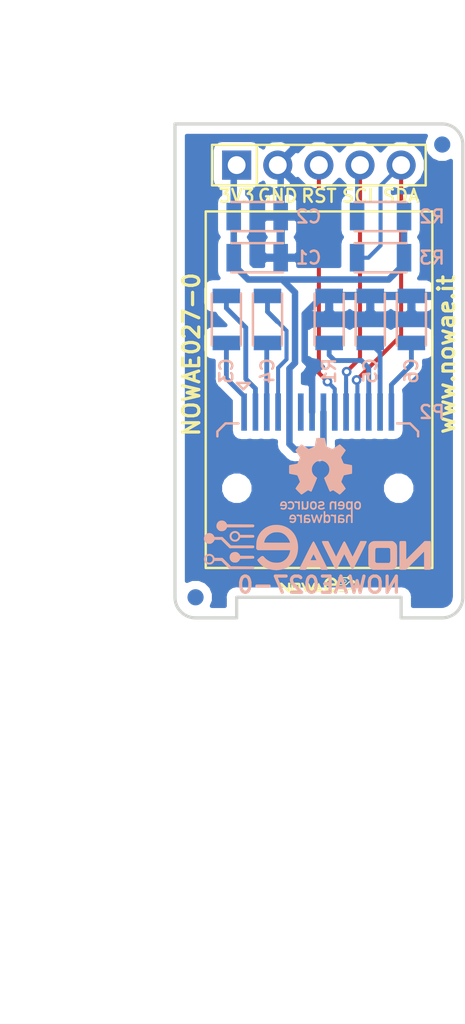
<source format=kicad_pcb>
(kicad_pcb (version 20171130) (host pcbnew "(5.0.2)-1")

  (general
    (thickness 1.6)
    (drawings 21)
    (tracks 78)
    (zones 0)
    (modules 17)
    (nets 14)
  )

  (page A4)
  (layers
    (0 F.Cu signal)
    (31 B.Cu signal)
    (32 B.Adhes user)
    (33 F.Adhes user)
    (34 B.Paste user)
    (35 F.Paste user)
    (36 B.SilkS user)
    (37 F.SilkS user)
    (38 B.Mask user)
    (39 F.Mask user)
    (40 Dwgs.User user)
    (41 Cmts.User user)
    (42 Eco1.User user)
    (43 Eco2.User user)
    (44 Edge.Cuts user)
    (45 Margin user)
    (46 B.CrtYd user)
    (47 F.CrtYd user)
    (48 B.Fab user)
    (49 F.Fab user)
  )

  (setup
    (last_trace_width 0.25)
    (user_trace_width 0.3)
    (user_trace_width 0.4)
    (trace_clearance 0.2)
    (zone_clearance 0.508)
    (zone_45_only no)
    (trace_min 0.2)
    (segment_width 0.2)
    (edge_width 0.2)
    (via_size 0.8)
    (via_drill 0.4)
    (via_min_size 0.4)
    (via_min_drill 0.3)
    (user_via 0.6 0.3)
    (uvia_size 0.3)
    (uvia_drill 0.1)
    (uvias_allowed no)
    (uvia_min_size 0.2)
    (uvia_min_drill 0.1)
    (pcb_text_width 0.3)
    (pcb_text_size 1.5 1.5)
    (mod_edge_width 0.15)
    (mod_text_size 1 1)
    (mod_text_width 0.15)
    (pad_size 1.524 1.524)
    (pad_drill 0.762)
    (pad_to_mask_clearance 0.2)
    (solder_mask_min_width 0.25)
    (aux_axis_origin 134.62 73.66)
    (grid_origin 134.62 73.66)
    (visible_elements 7FFFFFFF)
    (pcbplotparams
      (layerselection 0x010fc_ffffffff)
      (usegerberextensions true)
      (usegerberattributes false)
      (usegerberadvancedattributes false)
      (creategerberjobfile false)
      (excludeedgelayer false)
      (linewidth 0.100000)
      (plotframeref false)
      (viasonmask false)
      (mode 1)
      (useauxorigin false)
      (hpglpennumber 1)
      (hpglpenspeed 20)
      (hpglpendiameter 15.000000)
      (psnegative false)
      (psa4output false)
      (plotreference true)
      (plotvalue true)
      (plotinvisibletext false)
      (padsonsilk false)
      (subtractmaskfromsilk false)
      (outputformat 1)
      (mirror false)
      (drillshape 0)
      (scaleselection 1)
      (outputdirectory "gerber"))
  )

  (net 0 "")
  (net 1 GND)
  (net 2 +3.3V)
  (net 3 "Net-(C3-Pad1)")
  (net 4 "Net-(C3-Pad2)")
  (net 5 "Net-(C4-Pad2)")
  (net 6 "Net-(C4-Pad1)")
  (net 7 "Net-(C5-Pad2)")
  (net 8 "Net-(C6-Pad2)")
  (net 9 /OLED_RESET)
  (net 10 /OLED_SCL)
  (net 11 /OLED_SDA)
  (net 12 "Net-(P2-Pad12)")
  (net 13 "Net-(P2-Pad6)")

  (net_class Default "Questo è il gruppo di collegamenti predefinito"
    (clearance 0.2)
    (trace_width 0.25)
    (via_dia 0.8)
    (via_drill 0.4)
    (uvia_dia 0.3)
    (uvia_drill 0.1)
    (add_net +3.3V)
    (add_net /OLED_RESET)
    (add_net /OLED_SCL)
    (add_net /OLED_SDA)
    (add_net GND)
    (add_net "Net-(C3-Pad1)")
    (add_net "Net-(C3-Pad2)")
    (add_net "Net-(C4-Pad1)")
    (add_net "Net-(C4-Pad2)")
    (add_net "Net-(C5-Pad2)")
    (add_net "Net-(C6-Pad2)")
    (add_net "Net-(P2-Pad12)")
    (add_net "Net-(P2-Pad6)")
  )

  (module MECHANICAL:FIDUCIALMARK_1MM_2MM (layer B.Cu) (tedit 5CAB363B) (tstamp 5CABEFE3)
    (at 135.89 102.87)
    (descr "Fiducial Copper Top 1mm copper, 2mm mask")
    (attr virtual)
    (fp_text reference VAL** (at 0 1.5) (layer B.SilkS) hide
      (effects (font (size 0.8 0.8) (thickness 0.15)) (justify mirror))
    )
    (fp_text value FIDUCIALMARK_1MM_2MM (at 0 -1.5) (layer B.Fab) hide
      (effects (font (size 0.8 0.8) (thickness 0.15)) (justify mirror))
    )
    (pad "" smd circle (at 0 0) (size 1 1) (layers B.Cu))
    (pad 1 smd circle (at 0 0) (size 2 2) (layers B.Mask))
  )

  (module CAPACITOR:CAPACITOR-1206 (layer B.Cu) (tedit 58B964EB) (tstamp 5CAB95A9)
    (at 139.7 81.915 180)
    (descr "Capacitor SMD 1206, reflow soldering, Vishay (see dcrcw.pdf)")
    (tags "capacitor 1206")
    (path /5CA79CB1)
    (attr smd)
    (fp_text reference C1 (at -3.175 0 180) (layer B.SilkS)
      (effects (font (size 0.8 0.8) (thickness 0.15)) (justify mirror))
    )
    (fp_text value 2u2 (at 0 -2 180) (layer B.Fab) hide
      (effects (font (size 0.8 0.8) (thickness 0.15)) (justify mirror))
    )
    (fp_text user %R (at 0 0 180) (layer B.Fab)
      (effects (font (size 0.8 0.8) (thickness 0.15)) (justify mirror))
    )
    (fp_line (start 1.6 -0.9) (end -1.6 -0.9) (layer B.SilkS) (width 0.15))
    (fp_line (start -1.6 0.9) (end 1.6 0.9) (layer B.SilkS) (width 0.15))
    (fp_line (start 1.1 0.8) (end 1.1 -0.8) (layer B.Fab) (width 0.15))
    (fp_line (start -1.1 0.8) (end -1.1 -0.7) (layer B.Fab) (width 0.15))
    (fp_line (start -1.6 -0.8) (end -1.6 0.8) (layer B.Fab) (width 0.15))
    (fp_line (start -1.6 0.8) (end 1.6 0.8) (layer B.Fab) (width 0.15))
    (fp_line (start 1.6 0.8) (end 1.6 -0.8) (layer B.Fab) (width 0.15))
    (fp_line (start 1.6 -0.8) (end -1.6 -0.8) (layer B.Fab) (width 0.15))
    (fp_line (start -2.2 1.2) (end 2.2 1.2) (layer B.CrtYd) (width 0.05))
    (fp_line (start -2.2 -1.2) (end 2.2 -1.2) (layer B.CrtYd) (width 0.05))
    (fp_line (start -2.2 1.2) (end -2.2 -1.2) (layer B.CrtYd) (width 0.05))
    (fp_line (start 2.2 1.2) (end 2.2 -1.2) (layer B.CrtYd) (width 0.05))
    (pad 1 smd rect (at -1.45 0 180) (size 0.9 1.7) (layers B.Cu B.Paste B.Mask)
      (net 1 GND))
    (pad 2 smd rect (at 1.45 0 180) (size 0.9 1.7) (layers B.Cu B.Paste B.Mask)
      (net 2 +3.3V))
    (model ${KINOWAEMOD}/packages3d/walter/capacitor/c_1206.wrl
      (at (xyz 0 0 0))
      (scale (xyz 1 1 1))
      (rotate (xyz 0 0 0))
    )
  )

  (module CAPACITOR:CAPACITOR-1206 (layer B.Cu) (tedit 58B964EB) (tstamp 5CAB95BC)
    (at 139.7 79.375 180)
    (descr "Capacitor SMD 1206, reflow soldering, Vishay (see dcrcw.pdf)")
    (tags "capacitor 1206")
    (path /5CA79E6D)
    (attr smd)
    (fp_text reference C2 (at -3.175 0 180) (layer B.SilkS)
      (effects (font (size 0.8 0.8) (thickness 0.15)) (justify mirror))
    )
    (fp_text value 100n (at 0 -2 180) (layer B.Fab) hide
      (effects (font (size 0.8 0.8) (thickness 0.15)) (justify mirror))
    )
    (fp_line (start 2.2 1.2) (end 2.2 -1.2) (layer B.CrtYd) (width 0.05))
    (fp_line (start -2.2 1.2) (end -2.2 -1.2) (layer B.CrtYd) (width 0.05))
    (fp_line (start -2.2 -1.2) (end 2.2 -1.2) (layer B.CrtYd) (width 0.05))
    (fp_line (start -2.2 1.2) (end 2.2 1.2) (layer B.CrtYd) (width 0.05))
    (fp_line (start 1.6 -0.8) (end -1.6 -0.8) (layer B.Fab) (width 0.15))
    (fp_line (start 1.6 0.8) (end 1.6 -0.8) (layer B.Fab) (width 0.15))
    (fp_line (start -1.6 0.8) (end 1.6 0.8) (layer B.Fab) (width 0.15))
    (fp_line (start -1.6 -0.8) (end -1.6 0.8) (layer B.Fab) (width 0.15))
    (fp_line (start -1.1 0.8) (end -1.1 -0.7) (layer B.Fab) (width 0.15))
    (fp_line (start 1.1 0.8) (end 1.1 -0.8) (layer B.Fab) (width 0.15))
    (fp_line (start -1.6 0.9) (end 1.6 0.9) (layer B.SilkS) (width 0.15))
    (fp_line (start 1.6 -0.9) (end -1.6 -0.9) (layer B.SilkS) (width 0.15))
    (fp_text user %R (at 0 0 180) (layer B.Fab)
      (effects (font (size 0.8 0.8) (thickness 0.15)) (justify mirror))
    )
    (pad 2 smd rect (at 1.45 0 180) (size 0.9 1.7) (layers B.Cu B.Paste B.Mask)
      (net 2 +3.3V))
    (pad 1 smd rect (at -1.45 0 180) (size 0.9 1.7) (layers B.Cu B.Paste B.Mask)
      (net 1 GND))
    (model ${KINOWAEMOD}/packages3d/walter/capacitor/c_1206.wrl
      (at (xyz 0 0 0))
      (scale (xyz 1 1 1))
      (rotate (xyz 0 0 0))
    )
  )

  (module CAPACITOR:CAPACITOR-1206 (layer B.Cu) (tedit 58B964EB) (tstamp 5CAB95CF)
    (at 137.795 85.725 90)
    (descr "Capacitor SMD 1206, reflow soldering, Vishay (see dcrcw.pdf)")
    (tags "capacitor 1206")
    (path /5CA78FA0)
    (attr smd)
    (fp_text reference C3 (at -3.175 0 90) (layer B.SilkS)
      (effects (font (size 0.8 0.8) (thickness 0.15)) (justify mirror))
    )
    (fp_text value 2u2 (at 0 -2 90) (layer B.Fab) hide
      (effects (font (size 0.8 0.8) (thickness 0.15)) (justify mirror))
    )
    (fp_text user %R (at 0 0 90) (layer B.Fab)
      (effects (font (size 0.8 0.8) (thickness 0.15)) (justify mirror))
    )
    (fp_line (start 1.6 -0.9) (end -1.6 -0.9) (layer B.SilkS) (width 0.15))
    (fp_line (start -1.6 0.9) (end 1.6 0.9) (layer B.SilkS) (width 0.15))
    (fp_line (start 1.1 0.8) (end 1.1 -0.8) (layer B.Fab) (width 0.15))
    (fp_line (start -1.1 0.8) (end -1.1 -0.7) (layer B.Fab) (width 0.15))
    (fp_line (start -1.6 -0.8) (end -1.6 0.8) (layer B.Fab) (width 0.15))
    (fp_line (start -1.6 0.8) (end 1.6 0.8) (layer B.Fab) (width 0.15))
    (fp_line (start 1.6 0.8) (end 1.6 -0.8) (layer B.Fab) (width 0.15))
    (fp_line (start 1.6 -0.8) (end -1.6 -0.8) (layer B.Fab) (width 0.15))
    (fp_line (start -2.2 1.2) (end 2.2 1.2) (layer B.CrtYd) (width 0.05))
    (fp_line (start -2.2 -1.2) (end 2.2 -1.2) (layer B.CrtYd) (width 0.05))
    (fp_line (start -2.2 1.2) (end -2.2 -1.2) (layer B.CrtYd) (width 0.05))
    (fp_line (start 2.2 1.2) (end 2.2 -1.2) (layer B.CrtYd) (width 0.05))
    (pad 1 smd rect (at -1.45 0 90) (size 0.9 1.7) (layers B.Cu B.Paste B.Mask)
      (net 3 "Net-(C3-Pad1)"))
    (pad 2 smd rect (at 1.45 0 90) (size 0.9 1.7) (layers B.Cu B.Paste B.Mask)
      (net 4 "Net-(C3-Pad2)"))
    (model ${KINOWAEMOD}/packages3d/walter/capacitor/c_1206.wrl
      (at (xyz 0 0 0))
      (scale (xyz 1 1 1))
      (rotate (xyz 0 0 0))
    )
  )

  (module CAPACITOR:CAPACITOR-1206 (layer B.Cu) (tedit 58B964EB) (tstamp 5CAB95E2)
    (at 140.335 85.725 90)
    (descr "Capacitor SMD 1206, reflow soldering, Vishay (see dcrcw.pdf)")
    (tags "capacitor 1206")
    (path /5CA790BA)
    (attr smd)
    (fp_text reference C4 (at -3.175 0 90) (layer B.SilkS)
      (effects (font (size 0.8 0.8) (thickness 0.15)) (justify mirror))
    )
    (fp_text value 2u2 (at 0 -2 90) (layer B.Fab) hide
      (effects (font (size 0.8 0.8) (thickness 0.15)) (justify mirror))
    )
    (fp_line (start 2.2 1.2) (end 2.2 -1.2) (layer B.CrtYd) (width 0.05))
    (fp_line (start -2.2 1.2) (end -2.2 -1.2) (layer B.CrtYd) (width 0.05))
    (fp_line (start -2.2 -1.2) (end 2.2 -1.2) (layer B.CrtYd) (width 0.05))
    (fp_line (start -2.2 1.2) (end 2.2 1.2) (layer B.CrtYd) (width 0.05))
    (fp_line (start 1.6 -0.8) (end -1.6 -0.8) (layer B.Fab) (width 0.15))
    (fp_line (start 1.6 0.8) (end 1.6 -0.8) (layer B.Fab) (width 0.15))
    (fp_line (start -1.6 0.8) (end 1.6 0.8) (layer B.Fab) (width 0.15))
    (fp_line (start -1.6 -0.8) (end -1.6 0.8) (layer B.Fab) (width 0.15))
    (fp_line (start -1.1 0.8) (end -1.1 -0.7) (layer B.Fab) (width 0.15))
    (fp_line (start 1.1 0.8) (end 1.1 -0.8) (layer B.Fab) (width 0.15))
    (fp_line (start -1.6 0.9) (end 1.6 0.9) (layer B.SilkS) (width 0.15))
    (fp_line (start 1.6 -0.9) (end -1.6 -0.9) (layer B.SilkS) (width 0.15))
    (fp_text user %R (at 0 0 90) (layer B.Fab)
      (effects (font (size 0.8 0.8) (thickness 0.15)) (justify mirror))
    )
    (pad 2 smd rect (at 1.45 0 90) (size 0.9 1.7) (layers B.Cu B.Paste B.Mask)
      (net 5 "Net-(C4-Pad2)"))
    (pad 1 smd rect (at -1.45 0 90) (size 0.9 1.7) (layers B.Cu B.Paste B.Mask)
      (net 6 "Net-(C4-Pad1)"))
    (model ${KINOWAEMOD}/packages3d/walter/capacitor/c_1206.wrl
      (at (xyz 0 0 0))
      (scale (xyz 1 1 1))
      (rotate (xyz 0 0 0))
    )
  )

  (module CAPACITOR:CAPACITOR-1206 (layer B.Cu) (tedit 58B964EB) (tstamp 5CAB95F5)
    (at 146.685 85.725 270)
    (descr "Capacitor SMD 1206, reflow soldering, Vishay (see dcrcw.pdf)")
    (tags "capacitor 1206")
    (path /5CA7DAAB)
    (attr smd)
    (fp_text reference C5 (at 3.175 0 270) (layer B.SilkS)
      (effects (font (size 0.8 0.8) (thickness 0.15)) (justify mirror))
    )
    (fp_text value 2u2 (at 0 -2 270) (layer B.Fab) hide
      (effects (font (size 0.8 0.8) (thickness 0.15)) (justify mirror))
    )
    (fp_line (start 2.2 1.2) (end 2.2 -1.2) (layer B.CrtYd) (width 0.05))
    (fp_line (start -2.2 1.2) (end -2.2 -1.2) (layer B.CrtYd) (width 0.05))
    (fp_line (start -2.2 -1.2) (end 2.2 -1.2) (layer B.CrtYd) (width 0.05))
    (fp_line (start -2.2 1.2) (end 2.2 1.2) (layer B.CrtYd) (width 0.05))
    (fp_line (start 1.6 -0.8) (end -1.6 -0.8) (layer B.Fab) (width 0.15))
    (fp_line (start 1.6 0.8) (end 1.6 -0.8) (layer B.Fab) (width 0.15))
    (fp_line (start -1.6 0.8) (end 1.6 0.8) (layer B.Fab) (width 0.15))
    (fp_line (start -1.6 -0.8) (end -1.6 0.8) (layer B.Fab) (width 0.15))
    (fp_line (start -1.1 0.8) (end -1.1 -0.7) (layer B.Fab) (width 0.15))
    (fp_line (start 1.1 0.8) (end 1.1 -0.8) (layer B.Fab) (width 0.15))
    (fp_line (start -1.6 0.9) (end 1.6 0.9) (layer B.SilkS) (width 0.15))
    (fp_line (start 1.6 -0.9) (end -1.6 -0.9) (layer B.SilkS) (width 0.15))
    (fp_text user %R (at 0 0 270) (layer B.Fab)
      (effects (font (size 0.8 0.8) (thickness 0.15)) (justify mirror))
    )
    (pad 2 smd rect (at 1.45 0 270) (size 0.9 1.7) (layers B.Cu B.Paste B.Mask)
      (net 7 "Net-(C5-Pad2)"))
    (pad 1 smd rect (at -1.45 0 270) (size 0.9 1.7) (layers B.Cu B.Paste B.Mask)
      (net 1 GND))
    (model ${KINOWAEMOD}/packages3d/walter/capacitor/c_1206.wrl
      (at (xyz 0 0 0))
      (scale (xyz 1 1 1))
      (rotate (xyz 0 0 0))
    )
  )

  (module CAPACITOR:CAPACITOR-1206 (layer B.Cu) (tedit 58B964EB) (tstamp 5CAB9608)
    (at 149.225 85.725 270)
    (descr "Capacitor SMD 1206, reflow soldering, Vishay (see dcrcw.pdf)")
    (tags "capacitor 1206")
    (path /5CA7DA5F)
    (attr smd)
    (fp_text reference C6 (at 3.175 0 270) (layer B.SilkS)
      (effects (font (size 0.8 0.8) (thickness 0.15)) (justify mirror))
    )
    (fp_text value 10u (at 0 -2 270) (layer B.Fab) hide
      (effects (font (size 0.8 0.8) (thickness 0.15)) (justify mirror))
    )
    (fp_text user %R (at 0 0 270) (layer B.Fab)
      (effects (font (size 0.8 0.8) (thickness 0.15)) (justify mirror))
    )
    (fp_line (start 1.6 -0.9) (end -1.6 -0.9) (layer B.SilkS) (width 0.15))
    (fp_line (start -1.6 0.9) (end 1.6 0.9) (layer B.SilkS) (width 0.15))
    (fp_line (start 1.1 0.8) (end 1.1 -0.8) (layer B.Fab) (width 0.15))
    (fp_line (start -1.1 0.8) (end -1.1 -0.7) (layer B.Fab) (width 0.15))
    (fp_line (start -1.6 -0.8) (end -1.6 0.8) (layer B.Fab) (width 0.15))
    (fp_line (start -1.6 0.8) (end 1.6 0.8) (layer B.Fab) (width 0.15))
    (fp_line (start 1.6 0.8) (end 1.6 -0.8) (layer B.Fab) (width 0.15))
    (fp_line (start 1.6 -0.8) (end -1.6 -0.8) (layer B.Fab) (width 0.15))
    (fp_line (start -2.2 1.2) (end 2.2 1.2) (layer B.CrtYd) (width 0.05))
    (fp_line (start -2.2 -1.2) (end 2.2 -1.2) (layer B.CrtYd) (width 0.05))
    (fp_line (start -2.2 1.2) (end -2.2 -1.2) (layer B.CrtYd) (width 0.05))
    (fp_line (start 2.2 1.2) (end 2.2 -1.2) (layer B.CrtYd) (width 0.05))
    (pad 1 smd rect (at -1.45 0 270) (size 0.9 1.7) (layers B.Cu B.Paste B.Mask)
      (net 1 GND))
    (pad 2 smd rect (at 1.45 0 270) (size 0.9 1.7) (layers B.Cu B.Paste B.Mask)
      (net 8 "Net-(C6-Pad2)"))
    (model ${KINOWAEMOD}/packages3d/walter/capacitor/c_1206.wrl
      (at (xyz 0 0 0))
      (scale (xyz 1 1 1))
      (rotate (xyz 0 0 0))
    )
  )

  (module CONNECTOR:CONN-HOLE_5x1_2.54 (layer F.Cu) (tedit 5CAB7424) (tstamp 5CAB9632)
    (at 143.51 76.2)
    (descr "Hole footprint  5x1 2.54mm")
    (tags "5x1 2.54 HOLE")
    (path /5CA7FFB2)
    (fp_text reference P1 (at 7.62 0) (layer F.SilkS) hide
      (effects (font (size 0.8 0.8) (thickness 0.15)))
    )
    (fp_text value CONN (at 0 2.3) (layer F.Fab) hide
      (effects (font (size 0.8 0.8) (thickness 0.15)))
    )
    (fp_line (start -5.48 0.4) (end -5.48 -0.4) (layer F.Fab) (width 0.1))
    (fp_line (start -5.48 -0.4) (end -4.68 -0.4) (layer F.Fab) (width 0.1))
    (fp_line (start -4.68 -0.4) (end -4.68 0.4) (layer F.Fab) (width 0.1))
    (fp_line (start -4.68 0.4) (end -5.48 0.4) (layer F.Fab) (width 0.1))
    (fp_line (start 2.14 0) (end 2.94 0) (layer F.Fab) (width 0.1))
    (fp_line (start 2.54 -0.4) (end 2.54 0.4) (layer F.Fab) (width 0.1))
    (fp_circle (center 2.54 0) (end 2.94 0) (layer F.Fab) (width 0.1))
    (fp_line (start -7.26 -1.6) (end 7.26 -1.6) (layer F.CrtYd) (width 0.05))
    (fp_line (start 7.26 -1.6) (end 7.26 1.6) (layer F.CrtYd) (width 0.05))
    (fp_line (start 7.26 1.6) (end -7.26 1.6) (layer F.CrtYd) (width 0.05))
    (fp_line (start -7.26 1.6) (end -7.26 -1.6) (layer F.CrtYd) (width 0.05))
    (fp_text user 1 (at -7.06 0) (layer F.SilkS) hide
      (effects (font (size 0.8 0.8) (thickness 0.15)))
    )
    (fp_line (start -3.83 -1.25) (end -3.83 1.25) (layer F.SilkS) (width 0.15))
    (fp_line (start -6.6 -1.25) (end 6.6 -1.25) (layer F.SilkS) (width 0.15))
    (fp_line (start 6.6 -1.25) (end 6.6 1.25) (layer F.SilkS) (width 0.15))
    (fp_line (start 6.6 1.25) (end -6.6 1.25) (layer F.SilkS) (width 0.15))
    (fp_line (start -6.6 1.25) (end -6.6 -1.25) (layer F.SilkS) (width 0.15))
    (fp_line (start -6.6 -1.25) (end 6.6 -1.25) (layer F.Fab) (width 0.15))
    (fp_line (start 6.6 -1.25) (end 6.6 1.25) (layer F.Fab) (width 0.15))
    (fp_line (start 6.6 1.25) (end -6.6 1.25) (layer F.Fab) (width 0.15))
    (fp_line (start -6.6 1.25) (end -6.6 -1.25) (layer F.Fab) (width 0.15))
    (fp_circle (center 0 0) (end 0.4 0) (layer F.Fab) (width 0.1))
    (fp_circle (center -2.54 0) (end -2.14 0) (layer F.Fab) (width 0.1))
    (fp_line (start 0 -0.4) (end 0 0.4) (layer F.Fab) (width 0.1))
    (fp_line (start -2.54 -0.4) (end -2.54 0.4) (layer F.Fab) (width 0.1))
    (fp_line (start -0.4 0) (end 0.4 0) (layer F.Fab) (width 0.1))
    (fp_line (start -2.94 0) (end -2.14 0) (layer F.Fab) (width 0.1))
    (fp_line (start -5.48 0) (end -4.68 0) (layer F.Fab) (width 0.1))
    (fp_line (start -5.08 -0.4) (end -5.08 0.4) (layer F.Fab) (width 0.1))
    (fp_line (start 4.68 0) (end 5.48 0) (layer F.Fab) (width 0.1))
    (fp_circle (center 5.08 0) (end 5.48 0) (layer F.Fab) (width 0.1))
    (fp_line (start 5.08 -0.4) (end 5.08 0.4) (layer F.Fab) (width 0.1))
    (fp_text user %R (at 7.62 0) (layer F.Fab)
      (effects (font (size 0.8 0.8) (thickness 0.15)))
    )
    (pad 2 thru_hole circle (at -2.54 0) (size 1.8 1.8) (drill 1.1) (layers *.Cu *.Mask)
      (net 1 GND))
    (pad 3 thru_hole circle (at 0 0) (size 1.8 1.8) (drill 1.1) (layers *.Cu *.Mask)
      (net 9 /OLED_RESET))
    (pad 1 thru_hole rect (at -5.08 0) (size 1.8 1.8) (drill 1.1) (layers *.Cu *.Mask)
      (net 2 +3.3V))
    (pad 4 thru_hole circle (at 2.54 0) (size 1.8 1.8) (drill 1.1) (layers *.Cu *.Mask)
      (net 10 /OLED_SCL))
    (pad 5 thru_hole circle (at 5.08 0) (size 1.8 1.8) (drill 1.1) (layers *.Cu *.Mask)
      (net 11 /OLED_SDA))
  )

  (module RESISTOR:RESISTOR-1206 (layer B.Cu) (tedit 58B9655B) (tstamp 5CAB9645)
    (at 144.145 85.725 90)
    (descr "Resistor SMD 1206, reflow soldering, Vishay (see dcrcw.pdf)")
    (tags "resistor 1206")
    (path /5CA81EA9)
    (attr smd)
    (fp_text reference R1 (at -3.175 0 90) (layer B.SilkS)
      (effects (font (size 0.8 0.8) (thickness 0.15)) (justify mirror))
    )
    (fp_text value 330k (at 0 -2 90) (layer B.Fab) hide
      (effects (font (size 0.8 0.8) (thickness 0.15)) (justify mirror))
    )
    (fp_text user %R (at 0 0 90) (layer B.Fab)
      (effects (font (size 0.8 0.8) (thickness 0.15)) (justify mirror))
    )
    (fp_line (start 1.6 -0.9) (end -1.6 -0.9) (layer B.SilkS) (width 0.15))
    (fp_line (start -1.6 0.9) (end 1.6 0.9) (layer B.SilkS) (width 0.15))
    (fp_line (start 1.1 0.8) (end 1.1 -0.8) (layer B.Fab) (width 0.15))
    (fp_line (start -1.1 0.8) (end -1.1 -0.7) (layer B.Fab) (width 0.15))
    (fp_line (start -1.6 -0.8) (end -1.6 0.8) (layer B.Fab) (width 0.15))
    (fp_line (start -1.6 0.8) (end 1.6 0.8) (layer B.Fab) (width 0.15))
    (fp_line (start 1.6 0.8) (end 1.6 -0.8) (layer B.Fab) (width 0.15))
    (fp_line (start 1.6 -0.8) (end -1.6 -0.8) (layer B.Fab) (width 0.15))
    (fp_line (start -2.2 1.2) (end 2.2 1.2) (layer B.CrtYd) (width 0.05))
    (fp_line (start -2.2 -1.2) (end 2.2 -1.2) (layer B.CrtYd) (width 0.05))
    (fp_line (start -2.2 1.2) (end -2.2 -1.2) (layer B.CrtYd) (width 0.05))
    (fp_line (start 2.2 1.2) (end 2.2 -1.2) (layer B.CrtYd) (width 0.05))
    (pad 1 smd rect (at -1.45 0 90) (size 0.9 1.7) (layers B.Cu B.Paste B.Mask)
      (net 12 "Net-(P2-Pad12)"))
    (pad 2 smd rect (at 1.45 0 90) (size 0.9 1.7) (layers B.Cu B.Paste B.Mask)
      (net 1 GND))
    (model ${KINOWAEMOD}/packages3d/walter/resistor/r_1206.wrl
      (at (xyz 0 0 0))
      (scale (xyz 1 1 1))
      (rotate (xyz 0 0 0))
    )
  )

  (module RESISTOR:RESISTOR-1206 (layer B.Cu) (tedit 58B9655B) (tstamp 5CAB9658)
    (at 147.32 79.375 180)
    (descr "Resistor SMD 1206, reflow soldering, Vishay (see dcrcw.pdf)")
    (tags "resistor 1206")
    (path /5CA82FA4)
    (attr smd)
    (fp_text reference R2 (at -3.175 0 180) (layer B.SilkS)
      (effects (font (size 0.8 0.8) (thickness 0.15)) (justify mirror))
    )
    (fp_text value 4k7 (at 0 -2 180) (layer B.Fab) hide
      (effects (font (size 0.8 0.8) (thickness 0.15)) (justify mirror))
    )
    (fp_line (start 2.2 1.2) (end 2.2 -1.2) (layer B.CrtYd) (width 0.05))
    (fp_line (start -2.2 1.2) (end -2.2 -1.2) (layer B.CrtYd) (width 0.05))
    (fp_line (start -2.2 -1.2) (end 2.2 -1.2) (layer B.CrtYd) (width 0.05))
    (fp_line (start -2.2 1.2) (end 2.2 1.2) (layer B.CrtYd) (width 0.05))
    (fp_line (start 1.6 -0.8) (end -1.6 -0.8) (layer B.Fab) (width 0.15))
    (fp_line (start 1.6 0.8) (end 1.6 -0.8) (layer B.Fab) (width 0.15))
    (fp_line (start -1.6 0.8) (end 1.6 0.8) (layer B.Fab) (width 0.15))
    (fp_line (start -1.6 -0.8) (end -1.6 0.8) (layer B.Fab) (width 0.15))
    (fp_line (start -1.1 0.8) (end -1.1 -0.7) (layer B.Fab) (width 0.15))
    (fp_line (start 1.1 0.8) (end 1.1 -0.8) (layer B.Fab) (width 0.15))
    (fp_line (start -1.6 0.9) (end 1.6 0.9) (layer B.SilkS) (width 0.15))
    (fp_line (start 1.6 -0.9) (end -1.6 -0.9) (layer B.SilkS) (width 0.15))
    (fp_text user %R (at 0 0 180) (layer B.Fab)
      (effects (font (size 0.8 0.8) (thickness 0.15)) (justify mirror))
    )
    (pad 2 smd rect (at 1.45 0 180) (size 0.9 1.7) (layers B.Cu B.Paste B.Mask)
      (net 10 /OLED_SCL))
    (pad 1 smd rect (at -1.45 0 180) (size 0.9 1.7) (layers B.Cu B.Paste B.Mask)
      (net 2 +3.3V))
    (model ${KINOWAEMOD}/packages3d/walter/resistor/r_1206.wrl
      (at (xyz 0 0 0))
      (scale (xyz 1 1 1))
      (rotate (xyz 0 0 0))
    )
  )

  (module RESISTOR:RESISTOR-1206 (layer B.Cu) (tedit 58B9655B) (tstamp 5CAB966B)
    (at 147.32 81.915 180)
    (descr "Resistor SMD 1206, reflow soldering, Vishay (see dcrcw.pdf)")
    (tags "resistor 1206")
    (path /5CA8311E)
    (attr smd)
    (fp_text reference R3 (at -3.175 0 180) (layer B.SilkS)
      (effects (font (size 0.8 0.8) (thickness 0.15)) (justify mirror))
    )
    (fp_text value 4k7 (at 0 -2 180) (layer B.Fab) hide
      (effects (font (size 0.8 0.8) (thickness 0.15)) (justify mirror))
    )
    (fp_text user %R (at 0 0 180) (layer B.Fab)
      (effects (font (size 0.8 0.8) (thickness 0.15)) (justify mirror))
    )
    (fp_line (start 1.6 -0.9) (end -1.6 -0.9) (layer B.SilkS) (width 0.15))
    (fp_line (start -1.6 0.9) (end 1.6 0.9) (layer B.SilkS) (width 0.15))
    (fp_line (start 1.1 0.8) (end 1.1 -0.8) (layer B.Fab) (width 0.15))
    (fp_line (start -1.1 0.8) (end -1.1 -0.7) (layer B.Fab) (width 0.15))
    (fp_line (start -1.6 -0.8) (end -1.6 0.8) (layer B.Fab) (width 0.15))
    (fp_line (start -1.6 0.8) (end 1.6 0.8) (layer B.Fab) (width 0.15))
    (fp_line (start 1.6 0.8) (end 1.6 -0.8) (layer B.Fab) (width 0.15))
    (fp_line (start 1.6 -0.8) (end -1.6 -0.8) (layer B.Fab) (width 0.15))
    (fp_line (start -2.2 1.2) (end 2.2 1.2) (layer B.CrtYd) (width 0.05))
    (fp_line (start -2.2 -1.2) (end 2.2 -1.2) (layer B.CrtYd) (width 0.05))
    (fp_line (start -2.2 1.2) (end -2.2 -1.2) (layer B.CrtYd) (width 0.05))
    (fp_line (start 2.2 1.2) (end 2.2 -1.2) (layer B.CrtYd) (width 0.05))
    (pad 1 smd rect (at -1.45 0 180) (size 0.9 1.7) (layers B.Cu B.Paste B.Mask)
      (net 2 +3.3V))
    (pad 2 smd rect (at 1.45 0 180) (size 0.9 1.7) (layers B.Cu B.Paste B.Mask)
      (net 11 /OLED_SDA))
    (model ${KINOWAEMOD}/packages3d/walter/resistor/r_1206.wrl
      (at (xyz 0 0 0))
      (scale (xyz 1 1 1))
      (rotate (xyz 0 0 0))
    )
  )

  (module DISPLAY:DISPLAY-RAYSTAR-REX004864A (layer B.Cu) (tedit 5BC71EF9) (tstamp 5CAAF2FA)
    (at 143.44 91.44)
    (path /5CA653A6)
    (fp_text reference P2 (at 7.055 0) (layer B.SilkS)
      (effects (font (size 0.8 0.8) (thickness 0.15)) (justify mirror))
    )
    (fp_text value OLED (at 0 1.8) (layer B.Fab) hide
      (effects (font (size 0.8 0.8) (thickness 0.15)) (justify mirror))
    )
    (fp_line (start -6 1.3) (end -5.6 0.9) (layer B.Fab) (width 0.15))
    (fp_line (start -5.6 0.9) (end 5.6 0.9) (layer B.Fab) (width 0.15))
    (fp_line (start 5.6 0.9) (end 6 1.3) (layer B.Fab) (width 0.15))
    (fp_line (start 6 1.3) (end 6 5.9) (layer B.Fab) (width 0.15))
    (fp_line (start -6 1.3) (end -6 5.9) (layer B.Fab) (width 0.15))
    (fp_line (start -6 5.9) (end -4 5.9) (layer B.Fab) (width 0.15))
    (fp_line (start 6 5.9) (end 4 5.9) (layer B.Fab) (width 0.15))
    (fp_line (start 4 5.9) (end 4 15.7) (layer B.Fab) (width 0.15))
    (fp_line (start -4 5.9) (end -4 15.7) (layer B.Fab) (width 0.15))
    (fp_line (start -4 15.7) (end -7 15.7) (layer B.Fab) (width 0.15))
    (fp_line (start -7 15.7) (end -7 37.7) (layer B.Fab) (width 0.15))
    (fp_line (start 4 15.7) (end 7 15.7) (layer B.Fab) (width 0.15))
    (fp_line (start 7 15.7) (end 7 37.7) (layer B.Fab) (width 0.15))
    (fp_line (start 7 37.7) (end -7 37.7) (layer B.Fab) (width 0.15))
    (fp_text user %R (at 0 1.8) (layer B.Fab)
      (effects (font (size 0.8 0.8) (thickness 0.15)) (justify mirror))
    )
    (fp_line (start -4.6 -1.4) (end -5 -1.8) (layer B.SilkS) (width 0.15))
    (fp_line (start -5 -1.8) (end -4.2 -1.8) (layer B.SilkS) (width 0.15))
    (fp_line (start -4.2 -1.8) (end -4.6 -1.4) (layer B.SilkS) (width 0.15))
    (fp_line (start -4.9 0.7) (end -5.7 0.7) (layer B.SilkS) (width 0.15))
    (fp_line (start -5.7 0.7) (end -6.2 1.2) (layer B.SilkS) (width 0.15))
    (fp_line (start -6.2 1.2) (end -6.2 1.5) (layer B.SilkS) (width 0.15))
    (fp_line (start 4.9 0.7) (end 5.7 0.7) (layer B.SilkS) (width 0.15))
    (fp_line (start 5.7 0.7) (end 6.2 1.2) (layer B.SilkS) (width 0.15))
    (fp_line (start 6.2 1.2) (end 6.2 1.5) (layer B.SilkS) (width 0.15))
    (pad 1 smd rect (at -4.55 0) (size 0.35 2.3) (layers B.Cu B.Paste B.Mask)
      (net 3 "Net-(C3-Pad1)"))
    (pad 2 smd rect (at -3.85 0) (size 0.35 2.3) (layers B.Cu B.Paste B.Mask)
      (net 4 "Net-(C3-Pad2)"))
    (pad 3 smd rect (at -3.15 0) (size 0.35 2.3) (layers B.Cu B.Paste B.Mask)
      (net 6 "Net-(C4-Pad1)"))
    (pad 4 smd rect (at -2.45 0) (size 0.35 2.3) (layers B.Cu B.Paste B.Mask)
      (net 5 "Net-(C4-Pad2)"))
    (pad 5 smd rect (at -1.75 0) (size 0.35 2.3) (layers B.Cu B.Paste B.Mask)
      (net 2 +3.3V))
    (pad 6 smd rect (at -1.05 0) (size 0.35 2.3) (layers B.Cu B.Paste B.Mask)
      (net 13 "Net-(P2-Pad6)"))
    (pad 7 smd rect (at -0.35 0) (size 0.35 2.3) (layers B.Cu B.Paste B.Mask)
      (net 1 GND))
    (pad 8 smd rect (at 0.35 0) (size 0.35 2.3) (layers B.Cu B.Paste B.Mask)
      (net 2 +3.3V))
    (pad 9 smd rect (at 1.05 0) (size 0.35 2.3) (layers B.Cu B.Paste B.Mask)
      (net 9 /OLED_RESET))
    (pad 10 smd rect (at 1.75 0) (size 0.35 2.3) (layers B.Cu B.Paste B.Mask)
      (net 10 /OLED_SCL))
    (pad 11 smd rect (at 2.45 0) (size 0.35 2.3) (layers B.Cu B.Paste B.Mask)
      (net 11 /OLED_SDA))
    (pad 12 smd rect (at 3.15 0) (size 0.35 2.3) (layers B.Cu B.Paste B.Mask)
      (net 12 "Net-(P2-Pad12)"))
    (pad 13 smd rect (at 3.85 0) (size 0.35 2.3) (layers B.Cu B.Paste B.Mask)
      (net 7 "Net-(C5-Pad2)"))
    (pad 14 smd rect (at 4.55 0) (size 0.35 2.3) (layers B.Cu B.Paste B.Mask)
      (net 8 "Net-(C6-Pad2)"))
    (pad "" np_thru_hole circle (at -5 4.7) (size 0.8 0.8) (drill 0.8) (layers *.Cu *.Mask))
    (pad "" np_thru_hole circle (at 5 4.7) (size 0.8 0.8) (drill 0.8) (layers *.Cu *.Mask))
  )

  (module MECHANICAL:FIDUCIALMARK_1MM_2MM (layer B.Cu) (tedit 5CAB363B) (tstamp 5CABEFE0)
    (at 151.13 74.93)
    (descr "Fiducial Copper Top 1mm copper, 2mm mask")
    (attr virtual)
    (fp_text reference VAL** (at 0 1.5) (layer B.SilkS) hide
      (effects (font (size 0.8 0.8) (thickness 0.15)) (justify mirror))
    )
    (fp_text value FIDUCIALMARK_1MM_2MM (at 0 -1.5) (layer B.Fab) hide
      (effects (font (size 0.8 0.8) (thickness 0.15)) (justify mirror))
    )
    (pad 1 smd circle (at 0 0) (size 2 2) (layers B.Mask))
    (pad "" smd circle (at 0 0) (size 1 1) (layers B.Cu))
  )

  (module LOGO:LOGO_NOWAE_15MM_FSILK (layer B.Cu) (tedit 0) (tstamp 5CABF04C)
    (at 143.42 99.66 180)
    (fp_text reference G*** (at 0 0 180) (layer B.SilkS) hide
      (effects (font (size 1.524 1.524) (thickness 0.3)) (justify mirror))
    )
    (fp_text value LOGO (at 0.75 0 180) (layer B.SilkS) hide
      (effects (font (size 1.524 1.524) (thickness 0.3)) (justify mirror))
    )
    (fp_poly (pts (xy 5.992891 1.515889) (xy 6.01969 1.508883) (xy 6.092707 1.474143) (xy 6.153279 1.419995)
      (xy 6.199175 1.350999) (xy 6.228163 1.271714) (xy 6.238011 1.186699) (xy 6.226488 1.100513)
      (xy 6.223964 1.091638) (xy 6.198756 1.038813) (xy 6.157396 0.983588) (xy 6.107411 0.934421)
      (xy 6.056329 0.899772) (xy 6.050915 0.897187) (xy 5.983339 0.877786) (xy 5.904954 0.872583)
      (xy 5.826596 0.881283) (xy 5.7591 0.903586) (xy 5.755733 0.905297) (xy 5.685031 0.954883)
      (xy 5.629474 1.019743) (xy 5.60539 1.064847) (xy 5.587651 1.10718) (xy 4.775166 1.10718)
      (xy 4.609221 1.107212) (xy 4.467356 1.107345) (xy 4.347602 1.107635) (xy 4.247987 1.108138)
      (xy 4.166541 1.108912) (xy 4.101294 1.110011) (xy 4.050274 1.111492) (xy 4.011512 1.113411)
      (xy 3.983036 1.115826) (xy 3.962876 1.11879) (xy 3.949062 1.122362) (xy 3.939622 1.126597)
      (xy 3.933016 1.131201) (xy 3.909801 1.164829) (xy 3.903623 1.207238) (xy 3.915127 1.247284)
      (xy 3.92552 1.260851) (xy 3.931652 1.265381) (xy 3.941603 1.269274) (xy 3.9573 1.272589)
      (xy 3.980671 1.275386) (xy 4.013643 1.277723) (xy 4.058142 1.27966) (xy 4.116098 1.281254)
      (xy 4.189436 1.282566) (xy 4.280086 1.283653) (xy 4.389973 1.284574) (xy 4.521026 1.285389)
      (xy 4.675171 1.286156) (xy 4.767769 1.286567) (xy 5.58785 1.290109) (xy 5.6203 1.354144)
      (xy 5.669842 1.424686) (xy 5.735925 1.477701) (xy 5.814496 1.51162) (xy 5.901502 1.524873)
      (xy 5.992891 1.515889)) (layer B.SilkS) (width 0.01))
    (fp_poly (pts (xy 5.190673 0.865642) (xy 5.268426 0.831707) (xy 5.335502 0.779018) (xy 5.387467 0.709117)
      (xy 5.402363 0.678281) (xy 5.418489 0.61517) (xy 5.421968 0.541052) (xy 5.41304 0.467561)
      (xy 5.396964 0.416675) (xy 5.349123 0.338124) (xy 5.28488 0.279694) (xy 5.204904 0.241826)
      (xy 5.109863 0.22496) (xy 5.106052 0.224744) (xy 5.049505 0.224385) (xy 5.005078 0.231951)
      (xy 4.959435 0.249811) (xy 4.956162 0.25136) (xy 4.887237 0.295377) (xy 4.83084 0.353307)
      (xy 4.793528 0.418317) (xy 4.791974 0.422472) (xy 4.775177 0.468924) (xy 4.363463 0.468924)
      (xy 4.243277 0.469143) (xy 4.146672 0.469867) (xy 4.071181 0.471197) (xy 4.014338 0.473232)
      (xy 3.973674 0.476073) (xy 3.946725 0.47982) (xy 3.931021 0.484572) (xy 3.92755 0.486618)
      (xy 3.908488 0.514933) (xy 3.90679 0.53057) (xy 4.877953 0.53057) (xy 4.89348 0.468225)
      (xy 4.927156 0.41453) (xy 4.9751 0.37246) (xy 5.033431 0.344992) (xy 5.098268 0.335101)
      (xy 5.16573 0.345764) (xy 5.197262 0.358732) (xy 5.246589 0.396298) (xy 5.286061 0.450317)
      (xy 5.309965 0.511521) (xy 5.314462 0.548831) (xy 5.302724 0.612228) (xy 5.27103 0.673103)
      (xy 5.224654 0.722459) (xy 5.204605 0.736133) (xy 5.136419 0.762642) (xy 5.067909 0.765457)
      (xy 5.003534 0.746495) (xy 4.947752 0.70767) (xy 4.90502 0.650898) (xy 4.884456 0.598588)
      (xy 4.877953 0.53057) (xy 3.90679 0.53057) (xy 3.904226 0.55417) (xy 3.914804 0.593781)
      (xy 3.927079 0.612037) (xy 3.934645 0.619315) (xy 3.944609 0.625105) (xy 3.959797 0.629578)
      (xy 3.983034 0.632904) (xy 4.017147 0.635252) (xy 4.064962 0.636791) (xy 4.129305 0.63769)
      (xy 4.213003 0.638121) (xy 4.318881 0.638251) (xy 4.364197 0.638257) (xy 4.777586 0.638257)
      (xy 4.785141 0.668355) (xy 4.808152 0.71865) (xy 4.849277 0.770555) (xy 4.902105 0.816881)
      (xy 4.937723 0.839538) (xy 5.020885 0.871097) (xy 5.106681 0.879286) (xy 5.190673 0.865642)) (layer B.SilkS) (width 0.01))
    (fp_poly (pts (xy 6.731202 0.746769) (xy 6.80784 0.725555) (xy 6.877977 0.685999) (xy 6.937469 0.628122)
      (xy 6.971975 0.57396) (xy 6.99731 0.503124) (xy 7.008356 0.424551) (xy 7.004467 0.348275)
      (xy 6.989886 0.294968) (xy 6.945164 0.219906) (xy 6.882618 0.160284) (xy 6.806774 0.118154)
      (xy 6.722159 0.095572) (xy 6.633299 0.09459) (xy 6.574877 0.106665) (xy 6.523682 0.131195)
      (xy 6.469544 0.171649) (xy 6.420653 0.220562) (xy 6.3852 0.270469) (xy 6.377612 0.286464)
      (xy 6.356724 0.338667) (xy 5.945961 0.338667) (xy 5.685693 0.078154) (xy 5.425424 -0.182359)
      (xy 4.688116 -0.182359) (xy 4.530963 -0.182337) (xy 4.397797 -0.182224) (xy 4.286554 -0.18195)
      (xy 4.19517 -0.181443) (xy 4.12158 -0.180632) (xy 4.06372 -0.179445) (xy 4.019526 -0.177812)
      (xy 3.986934 -0.175662) (xy 3.963879 -0.172923) (xy 3.948298 -0.169525) (xy 3.938126 -0.165396)
      (xy 3.931299 -0.160465) (xy 3.927079 -0.156139) (xy 3.908256 -0.120864) (xy 3.904294 -0.080117)
      (xy 3.915155 -0.044444) (xy 3.92755 -0.03072) (xy 3.937258 -0.026719) (xy 3.955825 -0.02334)
      (xy 3.985166 -0.020535) (xy 4.027197 -0.018256) (xy 4.083833 -0.016458) (xy 4.156989 -0.015093)
      (xy 4.24858 -0.014114) (xy 4.360523 -0.013475) (xy 4.494732 -0.013127) (xy 4.648981 -0.013025)
      (xy 5.346213 -0.013025) (xy 5.607857 0.247488) (xy 5.869502 0.508) (xy 6.116264 0.508592)
      (xy 6.363026 0.509183) (xy 6.39559 0.576951) (xy 6.442552 0.647771) (xy 6.503739 0.700142)
      (xy 6.575007 0.734084) (xy 6.652209 0.749619) (xy 6.731202 0.746769)) (layer B.SilkS) (width 0.01))
    (fp_poly (pts (xy 5.194829 -0.431374) (xy 5.270536 -0.460714) (xy 5.32552 -0.499039) (xy 5.376013 -0.562946)
      (xy 5.408608 -0.640302) (xy 5.422363 -0.724775) (xy 5.416331 -0.810033) (xy 5.389568 -0.889743)
      (xy 5.385096 -0.898309) (xy 5.331523 -0.973612) (xy 5.264565 -1.026721) (xy 5.183595 -1.057999)
      (xy 5.090188 -1.067816) (xy 5.019635 -1.061856) (xy 4.961048 -1.045886) (xy 4.956257 -1.043801)
      (xy 4.910073 -1.014821) (xy 4.862474 -0.972324) (xy 4.821188 -0.924357) (xy 4.793944 -0.878968)
      (xy 4.791217 -0.87195) (xy 4.778221 -0.83467) (xy 4.362944 -0.830899) (xy 4.246712 -0.829725)
      (xy 4.153767 -0.828433) (xy 4.081348 -0.82686) (xy 4.02669 -0.824841) (xy 3.987029 -0.822213)
      (xy 3.959604 -0.818811) (xy 3.94165 -0.814471) (xy 3.930404 -0.809031) (xy 3.925509 -0.804953)
      (xy 3.906307 -0.769275) (xy 3.905061 -0.726504) (xy 3.921125 -0.687787) (xy 3.933016 -0.675303)
      (xy 3.942975 -0.668552) (xy 3.956253 -0.663192) (xy 3.975735 -0.659065) (xy 4.004305 -0.656012)
      (xy 4.044849 -0.653873) (xy 4.100252 -0.652489) (xy 4.173399 -0.651702) (xy 4.267176 -0.651353)
      (xy 4.368929 -0.651282) (xy 4.775177 -0.651282) (xy 4.790506 -0.608892) (xy 4.816973 -0.561576)
      (xy 4.859599 -0.512137) (xy 4.910523 -0.468531) (xy 4.956257 -0.441163) (xy 5.029636 -0.420337)
      (xy 5.111845 -0.417495) (xy 5.194829 -0.431374)) (layer B.SilkS) (width 0.01))
    (fp_poly (pts (xy 6.750435 -0.540004) (xy 6.816361 -0.559383) (xy 6.875273 -0.595624) (xy 6.904694 -0.62101)
      (xy 6.958838 -0.681718) (xy 6.991628 -0.745514) (xy 7.005715 -0.819289) (xy 7.005718 -0.883358)
      (xy 6.989676 -0.975288) (xy 6.952513 -1.052149) (xy 6.893771 -1.114743) (xy 6.858678 -1.139399)
      (xy 6.824683 -1.158926) (xy 6.79474 -1.170693) (xy 6.76021 -1.176629) (xy 6.712454 -1.178663)
      (xy 6.682154 -1.17882) (xy 6.624908 -1.177974) (xy 6.585029 -1.174146) (xy 6.553854 -1.165404)
      (xy 6.52272 -1.149815) (xy 6.505287 -1.139358) (xy 6.440073 -1.085192) (xy 6.402103 -1.032331)
      (xy 6.363026 -0.964768) (xy 6.147978 -0.964332) (xy 5.932929 -0.963897) (xy 5.67918 -1.217897)
      (xy 5.42543 -1.471897) (xy 4.68703 -1.471897) (xy 4.527417 -1.471826) (xy 4.39188 -1.471577)
      (xy 4.278445 -1.471101) (xy 4.185139 -1.470345) (xy 4.109986 -1.469259) (xy 4.051012 -1.467792)
      (xy 4.006244 -1.465893) (xy 3.973706 -1.46351) (xy 3.951425 -1.460592) (xy 3.937426 -1.457089)
      (xy 3.929735 -1.452949) (xy 3.929015 -1.452281) (xy 3.902891 -1.412415) (xy 3.902643 -1.371507)
      (xy 3.917491 -1.343332) (xy 3.943064 -1.309076) (xy 4.644753 -1.305705) (xy 5.346443 -1.302334)
      (xy 5.607972 -1.041936) (xy 5.799554 -0.851183) (xy 6.465409 -0.851183) (xy 6.472191 -0.916675)
      (xy 6.500988 -0.97871) (xy 6.516716 -0.998907) (xy 6.576036 -1.049854) (xy 6.641944 -1.076561)
      (xy 6.711897 -1.078367) (xy 6.764591 -1.06336) (xy 6.816348 -1.02946) (xy 6.860685 -0.977614)
      (xy 6.890807 -0.915923) (xy 6.892279 -0.911207) (xy 6.899245 -0.846757) (xy 6.8842 -0.784923)
      (xy 6.851149 -0.729657) (xy 6.804098 -0.68491) (xy 6.747052 -0.654635) (xy 6.684018 -0.642782)
      (xy 6.627897 -0.650388) (xy 6.561887 -0.681837) (xy 6.511784 -0.728977) (xy 6.479116 -0.787021)
      (xy 6.465409 -0.851183) (xy 5.799554 -0.851183) (xy 5.869502 -0.781538) (xy 6.355294 -0.781538)
      (xy 6.379847 -0.726033) (xy 6.426933 -0.649654) (xy 6.491089 -0.590548) (xy 6.568298 -0.551374)
      (xy 6.654548 -0.53479) (xy 6.669129 -0.53441) (xy 6.750435 -0.540004)) (layer B.SilkS) (width 0.01))
    (fp_poly (pts (xy -2.414633 -0.224681) (xy -2.171967 -0.709874) (xy -1.93599 -0.237706) (xy -1.877362 -0.120488)
      (xy -1.829121 -0.024472) (xy -1.790034 0.052457) (xy -1.758869 0.112412) (xy -1.734393 0.157509)
      (xy -1.715374 0.189861) (xy -1.700578 0.211584) (xy -1.688774 0.22479) (xy -1.678727 0.231595)
      (xy -1.669206 0.234113) (xy -1.660708 0.234462) (xy -1.650643 0.23391) (xy -1.641097 0.230839)
      (xy -1.630833 0.223128) (xy -1.618612 0.208653) (xy -1.603198 0.185293) (xy -1.583352 0.150925)
      (xy -1.557836 0.103428) (xy -1.525413 0.040679) (xy -1.484846 -0.039443) (xy -1.434897 -0.139062)
      (xy -1.38723 -0.234461) (xy -1.153058 -0.703384) (xy -0.67082 0.254) (xy -0.485089 0.257615)
      (xy -0.412183 0.258904) (xy -0.361036 0.259066) (xy -0.327363 0.257519) (xy -0.306878 0.253679)
      (xy -0.295294 0.246965) (xy -0.288326 0.236795) (xy -0.285344 0.230475) (xy -0.283668 0.222568)
      (xy -0.284879 0.210401) (xy -0.289719 0.192381) (xy -0.298931 0.166918) (xy -0.313257 0.132423)
      (xy -0.333439 0.087304) (xy -0.360219 0.029971) (xy -0.39434 -0.041166) (xy -0.436543 -0.127698)
      (xy -0.48757 -0.231215) (xy -0.548164 -0.353307) (xy -0.619067 -0.495566) (xy -0.695788 -0.649114)
      (xy -0.776624 -0.810671) (xy -0.846715 -0.950455) (xy -0.9069 -1.070028) (xy -0.95802 -1.170951)
      (xy -1.000915 -1.254784) (xy -1.036426 -1.323088) (xy -1.065392 -1.377425) (xy -1.088656 -1.419354)
      (xy -1.107056 -1.450437) (xy -1.121433 -1.472235) (xy -1.132628 -1.486308) (xy -1.14148 -1.494218)
      (xy -1.148831 -1.497524) (xy -1.152812 -1.497948) (xy -1.161686 -1.496407) (xy -1.171337 -1.490395)
      (xy -1.182949 -1.477829) (xy -1.197706 -1.456623) (xy -1.216792 -1.424695) (xy -1.241392 -1.379961)
      (xy -1.272689 -1.320337) (xy -1.311867 -1.243738) (xy -1.360112 -1.148082) (xy -1.418607 -1.031284)
      (xy -1.423015 -1.022464) (xy -1.660651 -0.54698) (xy -1.898463 -1.022464) (xy -1.95775 -1.14079)
      (xy -2.0067 -1.237834) (xy -2.046497 -1.315678) (xy -2.078325 -1.376406) (xy -2.103369 -1.422098)
      (xy -2.122812 -1.45484) (xy -2.137839 -1.476712) (xy -2.149633 -1.489798) (xy -2.159379 -1.496181)
      (xy -2.16826 -1.497944) (xy -2.168784 -1.497948) (xy -2.175638 -1.496617) (xy -2.183509 -1.491582)
      (xy -2.193239 -1.481284) (xy -2.205667 -1.464162) (xy -2.221632 -1.438655) (xy -2.241976 -1.403202)
      (xy -2.267538 -1.356245) (xy -2.299159 -1.296221) (xy -2.337678 -1.221571) (xy -2.383935 -1.130734)
      (xy -2.438771 -1.022149) (xy -2.503026 -0.894256) (xy -2.577539 -0.745495) (xy -2.62575 -0.649114)
      (xy -2.707105 -0.486274) (xy -2.777447 -0.345098) (xy -2.837516 -0.224003) (xy -2.88805 -0.121405)
      (xy -2.92979 -0.03572) (xy -2.963477 0.034637) (xy -2.989848 0.09125) (xy -3.009646 0.135703)
      (xy -3.023608 0.169581) (xy -3.032476 0.194466) (xy -3.036989 0.211945) (xy -3.037886 0.2236)
      (xy -3.036357 0.230116) (xy -3.029917 0.242133) (xy -3.020538 0.250476) (xy -3.003891 0.255814)
      (xy -2.975647 0.258818) (xy -2.931475 0.260158) (xy -2.867047 0.260503) (xy -2.839903 0.260513)
      (xy -2.657299 0.260513) (xy -2.414633 -0.224681)) (layer B.SilkS) (width 0.01))
    (fp_poly (pts (xy 0.251531 0.233694) (xy 0.259103 0.230339) (xy 0.267901 0.222821) (xy 0.278778 0.209566)
      (xy 0.29259 0.188996) (xy 0.310191 0.159537) (xy 0.332435 0.119613) (xy 0.360175 0.067648)
      (xy 0.394268 0.002067) (xy 0.435566 -0.078706) (xy 0.484925 -0.176247) (xy 0.543197 -0.292132)
      (xy 0.611239 -0.427935) (xy 0.689904 -0.585234) (xy 0.703391 -0.612217) (xy 0.785798 -0.7773)
      (xy 0.857097 -0.920634) (xy 0.917982 -1.043693) (xy 0.969146 -1.147953) (xy 1.011284 -1.234889)
      (xy 1.045089 -1.305976) (xy 1.071254 -1.36269) (xy 1.090474 -1.406505) (xy 1.103442 -1.438896)
      (xy 1.110851 -1.46134) (xy 1.113396 -1.47531) (xy 1.112219 -1.481678) (xy 1.103388 -1.490813)
      (xy 1.08748 -1.497378) (xy 1.060344 -1.501913) (xy 1.017827 -1.504962) (xy 0.955778 -1.507066)
      (xy 0.910098 -1.508049) (xy 0.722329 -1.511636) (xy 0.680414 -1.426639) (xy 0.6385 -1.341641)
      (xy -0.156551 -1.341641) (xy -0.198302 -1.426307) (xy -0.240053 -1.510974) (xy -0.42567 -1.510974)
      (xy -0.499112 -1.510717) (xy -0.550775 -1.509579) (xy -0.58493 -1.507012) (xy -0.605849 -1.502467)
      (xy -0.617801 -1.495394) (xy -0.625004 -1.485346) (xy -0.626136 -1.477321) (xy -0.623369 -1.46287)
      (xy -0.615993 -1.440482) (xy -0.603296 -1.408645) (xy -0.584569 -1.365847) (xy -0.559101 -1.310575)
      (xy -0.526183 -1.241317) (xy -0.485104 -1.156561) (xy -0.435154 -1.054795) (xy -0.375623 -0.934506)
      (xy -0.370804 -0.92482) (xy 0.052218 -0.92482) (xy 0.43002 -0.92482) (xy 0.337279 -0.739205)
      (xy 0.305711 -0.676136) (xy 0.278464 -0.621915) (xy 0.257551 -0.580528) (xy 0.244983 -0.555962)
      (xy 0.242256 -0.550918) (xy 0.236008 -0.561015) (xy 0.220194 -0.590646) (xy 0.196793 -0.635991)
      (xy 0.167784 -0.69323) (xy 0.146096 -0.736534) (xy 0.052218 -0.92482) (xy -0.370804 -0.92482)
      (xy -0.305801 -0.794183) (xy -0.224977 -0.632313) (xy -0.215135 -0.612628) (xy -0.134654 -0.451747)
      (xy -0.064936 -0.312608) (xy -0.005126 -0.193637) (xy 0.04563 -0.093258) (xy 0.088185 -0.009897)
      (xy 0.123396 0.058022) (xy 0.152115 0.112073) (xy 0.175197 0.153832) (xy 0.193497 0.184874)
      (xy 0.207868 0.206773) (xy 0.219165 0.221105) (xy 0.228243 0.229445) (xy 0.235956 0.233367)
      (xy 0.243157 0.234448) (xy 0.244331 0.234462) (xy 0.251531 0.233694)) (layer B.SilkS) (width 0.01))
    (fp_poly (pts (xy -3.659147 0.258272) (xy -3.568872 0.256491) (xy -3.502014 0.253797) (xy -3.457917 0.250179)
      (xy -3.443268 0.247822) (xy -3.357787 0.216713) (xy -3.280378 0.164894) (xy -3.221713 0.101398)
      (xy -3.20426 0.076504) (xy -3.189705 0.053446) (xy -3.177787 0.029683) (xy -3.168242 0.002677)
      (xy -3.160806 -0.030114) (xy -3.155216 -0.071228) (xy -3.151208 -0.123207) (xy -3.14852 -0.188589)
      (xy -3.146888 -0.269915) (xy -3.146048 -0.369724) (xy -3.145737 -0.490557) (xy -3.145692 -0.631743)
      (xy -3.145755 -0.769932) (xy -3.146012 -0.884602) (xy -3.146559 -0.978286) (xy -3.147497 -1.053518)
      (xy -3.148923 -1.112829) (xy -3.150937 -1.158753) (xy -3.153636 -1.193822) (xy -3.15712 -1.22057)
      (xy -3.161487 -1.241528) (xy -3.166835 -1.25923) (xy -3.170516 -1.269236) (xy -3.2106 -1.342861)
      (xy -3.268752 -1.410578) (xy -3.337218 -1.464064) (xy -3.367128 -1.480256) (xy -3.432256 -1.510719)
      (xy -4.031436 -1.509929) (xy -4.178295 -1.509598) (xy -4.301307 -1.508981) (xy -4.402672 -1.508013)
      (xy -4.484594 -1.506628) (xy -4.549274 -1.504761) (xy -4.598916 -1.502346) (xy -4.63572 -1.499316)
      (xy -4.661889 -1.495608) (xy -4.679626 -1.491154) (xy -4.681336 -1.49055) (xy -4.755669 -1.450742)
      (xy -4.822131 -1.391241) (xy -4.873893 -1.318384) (xy -4.880472 -1.305675) (xy -4.917179 -1.230923)
      (xy -4.917179 -0.774913) (xy -4.505234 -0.774913) (xy -4.504765 -0.853775) (xy -4.503738 -0.918251)
      (xy -4.502194 -0.964426) (xy -4.50022 -0.988147) (xy -4.484873 -1.029137) (xy -4.461011 -1.063045)
      (xy -4.429902 -1.094153) (xy -3.649178 -1.094153) (xy -3.609102 -1.060431) (xy -3.569025 -1.026709)
      (xy -3.569025 -0.633484) (xy -3.569118 -0.516111) (xy -3.569698 -0.421986) (xy -3.571222 -0.348307)
      (xy -3.574145 -0.29227) (xy -3.578923 -0.251074) (xy -3.586011 -0.221914) (xy -3.595864 -0.201988)
      (xy -3.608938 -0.188493) (xy -3.625689 -0.178626) (xy -3.644254 -0.170545) (xy -3.666299 -0.165566)
      (xy -3.706294 -0.161888) (xy -3.765914 -0.159464) (xy -3.846833 -0.158247) (xy -3.950726 -0.158189)
      (xy -4.054804 -0.15898) (xy -4.428165 -0.16282) (xy -4.464262 -0.198916) (xy -4.500359 -0.235011)
      (xy -4.50434 -0.589685) (xy -4.505106 -0.685578) (xy -4.505234 -0.774913) (xy -4.917179 -0.774913)
      (xy -4.917179 -0.638256) (xy -4.917118 -0.497535) (xy -4.916872 -0.380386) (xy -4.916348 -0.28433)
      (xy -4.915454 -0.206889) (xy -4.914096 -0.145584) (xy -4.912182 -0.097935) (xy -4.909617 -0.061464)
      (xy -4.90631 -0.033692) (xy -4.902168 -0.01214) (xy -4.897096 0.00567) (xy -4.892543 0.018283)
      (xy -4.84809 0.099107) (xy -4.783241 0.169065) (xy -4.709595 0.219192) (xy -4.643641 0.254)
      (xy -4.077025 0.258247) (xy -3.912569 0.259139) (xy -3.773495 0.259152) (xy -3.659147 0.258272)) (layer B.SilkS) (width 0.01))
    (fp_poly (pts (xy -5.483794 -0.879119) (xy -5.483794 -0.33086) (xy -5.483738 -0.196599) (xy -5.483502 -0.085987)
      (xy -5.482985 0.003379) (xy -5.482088 0.073902) (xy -5.480709 0.127983) (xy -5.478749 0.168025)
      (xy -5.476107 0.19643) (xy -5.472683 0.215601) (xy -5.468375 0.227941) (xy -5.463085 0.235852)
      (xy -5.459974 0.238956) (xy -5.445098 0.248302) (xy -5.421796 0.254592) (xy -5.385423 0.258363)
      (xy -5.33133 0.260151) (xy -5.273121 0.260513) (xy -5.203612 0.260059) (xy -5.155375 0.258285)
      (xy -5.123643 0.254576) (xy -5.103645 0.248317) (xy -5.090613 0.238892) (xy -5.088531 0.236693)
      (xy -5.084193 0.230137) (xy -5.080474 0.219512) (xy -5.077327 0.202924) (xy -5.074704 0.178478)
      (xy -5.07256 0.144281) (xy -5.070846 0.098439) (xy -5.069517 0.039057) (xy -5.068525 -0.035758)
      (xy -5.067823 -0.127901) (xy -5.067364 -0.239265) (xy -5.067102 -0.371745) (xy -5.066989 -0.527235)
      (xy -5.066974 -0.63342) (xy -5.067093 -0.813454) (xy -5.067466 -0.968855) (xy -5.06812 -1.101041)
      (xy -5.06908 -1.211431) (xy -5.070372 -1.301443) (xy -5.072022 -1.372493) (xy -5.074054 -1.426)
      (xy -5.076496 -1.463382) (xy -5.079372 -1.486057) (xy -5.082605 -1.495343) (xy -5.10221 -1.502623)
      (xy -5.14481 -1.50759) (xy -5.211473 -1.51033) (xy -5.28119 -1.510974) (xy -5.464145 -1.510974)
      (xy -6.02756 -0.947671) (xy -6.590974 -0.384368) (xy -6.590974 -0.93204) (xy -6.591176 -1.076027)
      (xy -6.591815 -1.195649) (xy -6.592936 -1.292588) (xy -6.594587 -1.368526) (xy -6.596813 -1.425148)
      (xy -6.599663 -1.464136) (xy -6.603182 -1.487172) (xy -6.606605 -1.495343) (xy -6.626178 -1.502046)
      (xy -6.665698 -1.506986) (xy -6.71912 -1.51016) (xy -6.780397 -1.511571) (xy -6.843486 -1.511218)
      (xy -6.902341 -1.5091) (xy -6.950917 -1.505218) (xy -6.983169 -1.499572) (xy -6.992164 -1.495343)
      (xy -6.995442 -1.479307) (xy -6.998368 -1.439876) (xy -7.000942 -1.379706) (xy -7.003164 -1.301449)
      (xy -7.005034 -1.207761) (xy -7.006553 -1.101297) (xy -7.007719 -0.984709) (xy -7.008533 -0.860654)
      (xy -7.008995 -0.731784) (xy -7.009106 -0.600755) (xy -7.008864 -0.470221) (xy -7.008271 -0.342837)
      (xy -7.007325 -0.221256) (xy -7.006028 -0.108134) (xy -7.004378 -0.006123) (xy -7.002377 0.08212)
      (xy -7.000023 0.153942) (xy -6.997318 0.206688) (xy -6.99426 0.237704) (xy -6.992164 0.244882)
      (xy -6.971986 0.252325) (xy -6.92822 0.257343) (xy -6.85998 0.260008) (xy -6.80009 0.260513)
      (xy -6.623648 0.260513) (xy -5.483794 -0.879119)) (layer B.SilkS) (width 0.01))
    (fp_poly (pts (xy 2.71208 1.245776) (xy 2.780975 1.235981) (xy 2.943936 1.196382) (xy 3.099186 1.133318)
      (xy 3.244089 1.048876) (xy 3.376011 0.945142) (xy 3.492316 0.824204) (xy 3.590369 0.688148)
      (xy 3.667536 0.53906) (xy 3.67079 0.531322) (xy 3.706203 0.440401) (xy 3.732496 0.357255)
      (xy 3.751116 0.274558) (xy 3.763509 0.184983) (xy 3.771124 0.081206) (xy 3.774007 0.008876)
      (xy 3.780815 -0.210197) (xy 3.737493 -0.254893) (xy 3.694172 -0.299589) (xy 1.678018 -0.299589)
      (xy 1.687128 -0.354948) (xy 1.721267 -0.492328) (xy 1.775775 -0.621419) (xy 1.848225 -0.73959)
      (xy 1.936186 -0.844209) (xy 2.037231 -0.932644) (xy 2.14893 -1.002265) (xy 2.268855 -1.050438)
      (xy 2.345442 -1.068241) (xy 2.44667 -1.079045) (xy 2.55754 -1.080324) (xy 2.669042 -1.072642)
      (xy 2.77217 -1.056563) (xy 2.846103 -1.036857) (xy 2.965087 -0.987011) (xy 3.078574 -0.92158)
      (xy 3.180789 -0.844664) (xy 3.265957 -0.760366) (xy 3.303797 -0.71183) (xy 3.328757 -0.685597)
      (xy 3.362703 -0.672441) (xy 3.387471 -0.668907) (xy 3.412322 -0.667195) (xy 3.433177 -0.669501)
      (xy 3.454833 -0.678457) (xy 3.482088 -0.696697) (xy 3.51974 -0.726853) (xy 3.569026 -0.768523)
      (xy 3.617935 -0.81036) (xy 3.660563 -0.847158) (xy 3.692438 -0.875034) (xy 3.709085 -0.890102)
      (xy 3.70936 -0.890374) (xy 3.714902 -0.902592) (xy 3.709839 -0.92199) (xy 3.692211 -0.952996)
      (xy 3.662043 -0.997235) (xy 3.550742 -1.134422) (xy 3.4253 -1.250685) (xy 3.285018 -1.346398)
      (xy 3.1292 -1.421934) (xy 2.95715 -1.477665) (xy 2.768171 -1.513965) (xy 2.677818 -1.524025)
      (xy 2.617626 -1.52906) (xy 2.565943 -1.532842) (xy 2.528954 -1.534951) (xy 2.513949 -1.535139)
      (xy 2.492425 -1.533163) (xy 2.452531 -1.529387) (xy 2.401829 -1.524527) (xy 2.386562 -1.523054)
      (xy 2.200738 -1.493032) (xy 2.027416 -1.440818) (xy 1.867618 -1.367603) (xy 1.722366 -1.27458)
      (xy 1.592679 -1.16294) (xy 1.47958 -1.033876) (xy 1.38409 -0.88858) (xy 1.307231 -0.728244)
      (xy 1.250024 -0.554061) (xy 1.213491 -0.367223) (xy 1.198652 -0.168921) (xy 1.198359 -0.13618)
      (xy 1.209963 0.06247) (xy 1.226947 0.156308) (xy 1.69051 0.156308) (xy 2.492999 0.156308)
      (xy 2.660435 0.156381) (xy 2.803607 0.156628) (xy 2.924304 0.157089) (xy 3.024312 0.157805)
      (xy 3.105419 0.158815) (xy 3.169413 0.160161) (xy 3.218081 0.161882) (xy 3.25321 0.16402)
      (xy 3.276588 0.166615) (xy 3.290003 0.169707) (xy 3.295242 0.173337) (xy 3.295488 0.174475)
      (xy 3.29029 0.206326) (xy 3.276578 0.253795) (xy 3.257169 0.309041) (xy 3.234883 0.364224)
      (xy 3.21254 0.411505) (xy 3.205927 0.423532) (xy 3.128428 0.532183) (xy 3.030264 0.62727)
      (xy 2.914282 0.706443) (xy 2.794 0.763319) (xy 2.745721 0.780081) (xy 2.698886 0.791424)
      (xy 2.645234 0.798744) (xy 2.576503 0.803436) (xy 2.549386 0.804635) (xy 2.41942 0.804482)
      (xy 2.307379 0.791491) (xy 2.207614 0.763913) (xy 2.114477 0.72) (xy 2.02232 0.658004)
      (xy 1.988423 0.631027) (xy 1.917574 0.563141) (xy 1.849282 0.480548) (xy 1.788046 0.390073)
      (xy 1.738364 0.298539) (xy 1.704733 0.212771) (xy 1.699142 0.192129) (xy 1.69051 0.156308)
      (xy 1.226947 0.156308) (xy 1.243893 0.249936) (xy 1.298825 0.425072) (xy 1.373436 0.586729)
      (xy 1.466402 0.73376) (xy 1.576399 0.865019) (xy 1.702104 0.979356) (xy 1.842193 1.075624)
      (xy 1.995343 1.152677) (xy 2.160231 1.209366) (xy 2.335532 1.244544) (xy 2.519923 1.257063)
      (xy 2.71208 1.245776)) (layer B.SilkS) (width 0.01))
  )

  (module EXTLOGO:LOGO_OSH_5MM_FSILK (layer B.Cu) (tedit 0) (tstamp 5CABF5DC)
    (at 143.62 95.66 180)
    (fp_text reference G*** (at 0 0 180) (layer B.SilkS) hide
      (effects (font (size 1.524 1.524) (thickness 0.3)) (justify mirror))
    )
    (fp_text value LOGO (at 0.75 0 180) (layer B.SilkS) hide
      (effects (font (size 1.524 1.524) (thickness 0.3)) (justify mirror))
    )
    (fp_poly (pts (xy 0.0502 2.621473) (xy 0.107231 2.621033) (xy 0.159136 2.620249) (xy 0.203022 2.619119)
      (xy 0.235998 2.617643) (xy 0.255169 2.615823) (xy 0.258543 2.614877) (xy 0.262941 2.604551)
      (xy 0.269985 2.578817) (xy 0.279152 2.540005) (xy 0.289917 2.490448) (xy 0.301758 2.432477)
      (xy 0.314152 2.368422) (xy 0.315644 2.360474) (xy 0.328156 2.295149) (xy 0.340219 2.234989)
      (xy 0.351293 2.182463) (xy 0.360842 2.140042) (xy 0.368327 2.110196) (xy 0.373209 2.095397)
      (xy 0.373499 2.094892) (xy 0.385172 2.08608) (xy 0.410498 2.072477) (xy 0.446437 2.055332)
      (xy 0.489954 2.03589) (xy 0.538008 2.015398) (xy 0.587564 1.995104) (xy 0.635582 1.976255)
      (xy 0.679025 1.960098) (xy 0.714855 1.947879) (xy 0.740034 1.940846) (xy 0.750983 1.939942)
      (xy 0.761748 1.946258) (xy 0.785271 1.961448) (xy 0.819489 1.984135) (xy 0.862342 2.01294)
      (xy 0.911766 2.046484) (xy 0.965701 2.083391) (xy 0.968542 2.085344) (xy 1.022685 2.12218)
      (xy 1.072553 2.155395) (xy 1.116069 2.183663) (xy 1.151157 2.205658) (xy 1.175742 2.220054)
      (xy 1.187748 2.225525) (xy 1.188002 2.225541) (xy 1.198166 2.219366) (xy 1.219148 2.201935)
      (xy 1.249177 2.174882) (xy 1.286484 2.139845) (xy 1.329296 2.098462) (xy 1.375845 2.052368)
      (xy 1.381935 2.046259) (xy 1.435 1.992734) (xy 1.476418 1.950346) (xy 1.507442 1.917648)
      (xy 1.529321 1.893191) (xy 1.543309 1.875529) (xy 1.550656 1.863214) (xy 1.552614 1.854797)
      (xy 1.551361 1.850285) (xy 1.543983 1.838591) (xy 1.527831 1.814201) (xy 1.504351 1.779257)
      (xy 1.47499 1.735905) (xy 1.441196 1.68629) (xy 1.406385 1.635425) (xy 1.370166 1.582095)
      (xy 1.337581 1.533099) (xy 1.309974 1.490543) (xy 1.288688 1.456528) (xy 1.275068 1.433157)
      (xy 1.270451 1.422659) (xy 1.273815 1.410998) (xy 1.283098 1.385744) (xy 1.297089 1.349854)
      (xy 1.314574 1.306286) (xy 1.334342 1.257995) (xy 1.35518 1.207939) (xy 1.375875 1.159073)
      (xy 1.395216 1.114356) (xy 1.41199 1.076743) (xy 1.414816 1.070581) (xy 1.422818 1.057073)
      (xy 1.434628 1.046344) (xy 1.45305 1.03735) (xy 1.480883 1.029045) (xy 1.520929 1.020385)
      (xy 1.575991 1.010326) (xy 1.5768 1.010185) (xy 1.63463 0.999932) (xy 1.69447 0.989066)
      (xy 1.753455 0.978136) (xy 1.808725 0.967686) (xy 1.857415 0.958263) (xy 1.896662 0.950415)
      (xy 1.923605 0.944688) (xy 1.934959 0.941801) (xy 1.938143 0.931992) (xy 1.940852 0.906941)
      (xy 1.943076 0.869422) (xy 1.944806 0.822209) (xy 1.946032 0.768073) (xy 1.946745 0.70979)
      (xy 1.946936 0.650132) (xy 1.946594 0.591871) (xy 1.94571 0.537782) (xy 1.944275 0.490638)
      (xy 1.942279 0.453212) (xy 1.939712 0.428277) (xy 1.936755 0.418696) (xy 1.925677 0.415538)
      (xy 1.899299 0.409631) (xy 1.860047 0.401469) (xy 1.810349 0.391546) (xy 1.75263 0.380355)
      (xy 1.691702 0.368835) (xy 1.613713 0.35396) (xy 1.552113 0.341484) (xy 1.505482 0.331068)
      (xy 1.472398 0.32237) (xy 1.45144 0.31505) (xy 1.441244 0.30883) (xy 1.433667 0.296001)
      (xy 1.420768 0.269032) (xy 1.403719 0.23059) (xy 1.383691 0.183345) (xy 1.361853 0.129967)
      (xy 1.352387 0.106267) (xy 1.328111 0.044602) (xy 1.310047 -0.002645) (xy 1.297512 -0.037704)
      (xy 1.289827 -0.062808) (xy 1.286311 -0.08019) (xy 1.286283 -0.09208) (xy 1.289064 -0.100712)
      (xy 1.289197 -0.10097) (xy 1.297192 -0.113995) (xy 1.313878 -0.13953) (xy 1.337703 -0.175258)
      (xy 1.367116 -0.218862) (xy 1.400563 -0.268026) (xy 1.425034 -0.30376) (xy 1.459914 -0.354766)
      (xy 1.491416 -0.401222) (xy 1.518084 -0.440948) (xy 1.538464 -0.471768) (xy 1.551099 -0.491504)
      (xy 1.554581 -0.497619) (xy 1.54961 -0.507034) (xy 1.532951 -0.527537) (xy 1.505901 -0.557721)
      (xy 1.469756 -0.596179) (xy 1.425811 -0.641503) (xy 1.375363 -0.692285) (xy 1.375153 -0.692493)
      (xy 1.320894 -0.746309) (xy 1.277797 -0.78847) (xy 1.244435 -0.820215) (xy 1.21938 -0.842782)
      (xy 1.201206 -0.85741) (xy 1.188484 -0.865337) (xy 1.179786 -0.867801) (xy 1.174522 -0.866542)
      (xy 1.162678 -0.859061) (xy 1.138243 -0.842851) (xy 1.103453 -0.819425) (xy 1.060545 -0.790293)
      (xy 1.011757 -0.756967) (xy 0.973296 -0.730572) (xy 0.921956 -0.695616) (xy 0.875065 -0.664345)
      (xy 0.834792 -0.638154) (xy 0.803305 -0.618435) (xy 0.782772 -0.606581) (xy 0.77582 -0.603689)
      (xy 0.762891 -0.607749) (xy 0.738089 -0.618721) (xy 0.705309 -0.634801) (xy 0.677702 -0.649195)
      (xy 0.641538 -0.667661) (xy 0.610393 -0.681987) (xy 0.588145 -0.69048) (xy 0.579578 -0.691994)
      (xy 0.573993 -0.683475) (xy 0.562456 -0.66018) (xy 0.545774 -0.624035) (xy 0.524758 -0.57697)
      (xy 0.500217 -0.520911) (xy 0.472959 -0.457785) (xy 0.443794 -0.389521) (xy 0.413531 -0.318045)
      (xy 0.382979 -0.245285) (xy 0.352948 -0.173169) (xy 0.324246 -0.103623) (xy 0.297682 -0.038577)
      (xy 0.274067 0.020044) (xy 0.254209 0.070312) (xy 0.238916 0.110298) (xy 0.228999 0.138077)
      (xy 0.225267 0.151719) (xy 0.225257 0.15201) (xy 0.232423 0.166653) (xy 0.249878 0.181809)
      (xy 0.251913 0.183056) (xy 0.289116 0.207979) (xy 0.331243 0.240779) (xy 0.373187 0.277048)
      (xy 0.409838 0.312379) (xy 0.435203 0.341193) (xy 0.488927 0.425326) (xy 0.525311 0.514289)
      (xy 0.544508 0.60857) (xy 0.547 0.702802) (xy 0.537248 0.789273) (xy 0.516518 0.865743)
      (xy 0.483038 0.937703) (xy 0.458311 0.977702) (xy 0.395668 1.056091) (xy 0.322843 1.119822)
      (xy 0.240857 1.16835) (xy 0.150733 1.20113) (xy 0.053492 1.217617) (xy 0.004505 1.219584)
      (xy -0.095793 1.211125) (xy -0.189466 1.186111) (xy -0.275492 1.145087) (xy -0.35285 1.088597)
      (xy -0.420516 1.017188) (xy -0.4493 0.977702) (xy -0.490618 0.905876) (xy -0.518204 0.832586)
      (xy -0.533829 0.752343) (xy -0.537989 0.702802) (xy -0.534864 0.603057) (xy -0.514694 0.509092)
      (xy -0.477328 0.420417) (xy -0.426193 0.341193) (xy -0.399365 0.310873) (xy -0.362366 0.275405)
      (xy -0.320305 0.239197) (xy -0.278289 0.206657) (xy -0.242902 0.183056) (xy -0.224765 0.168229)
      (xy -0.216324 0.153224) (xy -0.216247 0.15201) (xy -0.21963 0.139167) (xy -0.229241 0.112087)
      (xy -0.244269 0.072697) (xy -0.263907 0.022924) (xy -0.287344 -0.035304) (xy -0.313772 -0.10006)
      (xy -0.342382 -0.169416) (xy -0.372363 -0.241445) (xy -0.402908 -0.314219) (xy -0.433206 -0.38581)
      (xy -0.462449 -0.454293) (xy -0.489828 -0.517738) (xy -0.514533 -0.574218) (xy -0.535756 -0.621807)
      (xy -0.552686 -0.658576) (xy -0.564515 -0.682597) (xy -0.570434 -0.691945) (xy -0.570567 -0.691994)
      (xy -0.583468 -0.68906) (xy -0.608212 -0.679008) (xy -0.640919 -0.663531) (xy -0.668691 -0.649195)
      (xy -0.704908 -0.630461) (xy -0.736083 -0.615473) (xy -0.75832 -0.606036) (xy -0.766809 -0.603689)
      (xy -0.777543 -0.608617) (xy -0.800883 -0.622471) (xy -0.83466 -0.643858) (xy -0.876706 -0.671386)
      (xy -0.924853 -0.703661) (xy -0.964286 -0.730572) (xy -1.015978 -0.766023) (xy -1.063439 -0.798395)
      (xy -1.104432 -0.826176) (xy -1.13672 -0.847855) (xy -1.158067 -0.86192) (xy -1.165495 -0.866534)
      (xy -1.172031 -0.867757) (xy -1.181402 -0.864483) (xy -1.195077 -0.855449) (xy -1.214526 -0.839392)
      (xy -1.241217 -0.815048) (xy -1.27662 -0.781155) (xy -1.322203 -0.736451) (xy -1.357625 -0.701357)
      (xy -1.404093 -0.654971) (xy -1.446526 -0.612167) (xy -1.483178 -0.574743) (xy -1.512303 -0.544496)
      (xy -1.532155 -0.523222) (xy -1.540987 -0.512719) (xy -1.541094 -0.512536) (xy -1.541189 -0.504024)
      (xy -1.534975 -0.488317) (xy -1.521607 -0.463997) (xy -1.500236 -0.429647) (xy -1.470015 -0.38385)
      (xy -1.430097 -0.325187) (xy -1.422614 -0.31431) (xy -1.386863 -0.262169) (xy -1.353929 -0.213692)
      (xy -1.325399 -0.17125) (xy -1.30286 -0.137214) (xy -1.287899 -0.113957) (xy -1.282793 -0.105374)
      (xy -1.278755 -0.096426) (xy -1.276899 -0.086641) (xy -1.277891 -0.073683) (xy -1.282402 -0.055217)
      (xy -1.291099 -0.028908) (xy -1.304651 0.007579) (xy -1.323727 0.056581) (xy -1.343417 0.106368)
      (xy -1.36566 0.161518) (xy -1.386588 0.211659) (xy -1.405031 0.254123) (xy -1.419816 0.286237)
      (xy -1.429773 0.305333) (xy -1.432233 0.30883) (xy -1.442591 0.315121) (xy -1.463668 0.322453)
      (xy -1.496886 0.331167) (xy -1.543666 0.341603) (xy -1.60543 0.354102) (xy -1.682692 0.368835)
      (xy -1.745843 0.38078) (xy -1.803311 0.391934) (xy -1.85267 0.401802) (xy -1.891494 0.40989)
      (xy -1.917355 0.415705) (xy -1.927744 0.418696) (xy -1.930858 0.429281) (xy -1.933393 0.454978)
      (xy -1.935358 0.493013) (xy -1.936762 0.540613) (xy -1.937616 0.595005) (xy -1.937928 0.653415)
      (xy -1.937709 0.71307) (xy -1.936968 0.771196) (xy -1.935713 0.825022) (xy -1.933956 0.871772)
      (xy -1.931705 0.908675) (xy -1.928969 0.932956) (xy -1.925949 0.941801) (xy -1.91251 0.945156)
      (xy -1.884192 0.951122) (xy -1.843858 0.959154) (xy -1.794372 0.968706) (xy -1.738597 0.979229)
      (xy -1.679394 0.990178) (xy -1.619628 1.001006) (xy -1.56779 1.010185) (xy -1.512519 1.020268)
      (xy -1.472299 1.028939) (xy -1.444328 1.037242) (xy -1.425805 1.046221) (xy -1.413928 1.056921)
      (xy -1.405895 1.070387) (xy -1.405806 1.070581) (xy -1.389663 1.106491) (xy -1.370721 1.150073)
      (xy -1.350192 1.198371) (xy -1.329287 1.248428) (xy -1.30922 1.297287) (xy -1.291202 1.341992)
      (xy -1.276446 1.379586) (xy -1.266165 1.407111) (xy -1.26157 1.421612) (xy -1.26144 1.422659)
      (xy -1.26637 1.433736) (xy -1.280265 1.457491) (xy -1.30178 1.491821) (xy -1.329572 1.534623)
      (xy -1.362298 1.583795) (xy -1.397374 1.635425) (xy -1.434035 1.688998) (xy -1.467634 1.73834)
      (xy -1.496723 1.781306) (xy -1.519856 1.815752) (xy -1.535587 1.839534) (xy -1.54235 1.850285)
      (xy -1.543534 1.856771) (xy -1.540242 1.866099) (xy -1.531222 1.879718) (xy -1.515224 1.899075)
      (xy -1.490995 1.925618) (xy -1.457283 1.960794) (xy -1.412838 2.006052) (xy -1.372924 2.046259)
      (xy -1.326004 2.092841) (xy -1.282565 2.134919) (xy -1.244382 2.170855) (xy -1.213232 2.199012)
      (xy -1.190891 2.217753) (xy -1.179135 2.225439) (xy -1.178494 2.225541) (xy -1.167107 2.220586)
      (xy -1.143056 2.206611) (xy -1.108423 2.184948) (xy -1.065292 2.15693) (xy -1.015749 2.123889)
      (xy -0.961877 2.087158) (xy -0.959513 2.085528) (xy -0.905534 2.048453) (xy -0.855927 2.01467)
      (xy -0.812761 1.985566) (xy -0.778106 1.962527) (xy -0.754032 1.946939) (xy -0.74261 1.94019)
      (xy -0.742452 1.940126) (xy -0.729103 1.941508) (xy -0.702423 1.949176) (xy -0.665453 1.961884)
      (xy -0.621234 1.978388) (xy -0.572806 1.997442) (xy -0.52321 2.017802) (xy -0.475486 2.038222)
      (xy -0.432677 2.057457) (xy -0.397821 2.074262) (xy -0.37396 2.087392) (xy -0.364489 2.094892)
      (xy -0.359864 2.108231) (xy -0.35259 2.136837) (xy -0.343203 2.178238) (xy -0.332243 2.229964)
      (xy -0.320246 2.289545) (xy -0.307753 2.35451) (xy -0.306634 2.360474) (xy -0.294209 2.4251)
      (xy -0.282275 2.48392) (xy -0.271353 2.534605) (xy -0.261969 2.574823) (xy -0.254644 2.602242)
      (xy -0.249902 2.614531) (xy -0.249533 2.614877) (xy -0.237622 2.616855) (xy -0.210588 2.618488)
      (xy -0.171322 2.619776) (xy -0.122717 2.620718) (xy -0.067667 2.621315) (xy -0.009063 2.621567)
      (xy 0.0502 2.621473)) (layer B.SilkS) (width 0.01))
    (fp_poly (pts (xy 1.572117 -1.285508) (xy 1.609467 -1.301899) (xy 1.631217 -1.31615) (xy 1.597449 -1.356548)
      (xy 1.573827 -1.381513) (xy 1.556958 -1.391372) (xy 1.549967 -1.390667) (xy 1.532973 -1.386082)
      (xy 1.506306 -1.381919) (xy 1.494492 -1.380681) (xy 1.46586 -1.380017) (xy 1.445381 -1.386423)
      (xy 1.423644 -1.40295) (xy 1.42241 -1.404048) (xy 1.392089 -1.431121) (xy 1.389312 -1.612084)
      (xy 1.386534 -1.793047) (xy 1.288471 -1.793047) (xy 1.288471 -1.288471) (xy 1.338028 -1.288471)
      (xy 1.36641 -1.289056) (xy 1.381188 -1.292146) (xy 1.386772 -1.299747) (xy 1.387584 -1.310997)
      (xy 1.388297 -1.326544) (xy 1.392864 -1.331809) (xy 1.404927 -1.326813) (xy 1.42813 -1.311579)
      (xy 1.428637 -1.311235) (xy 1.474642 -1.289021) (xy 1.524137 -1.280359) (xy 1.572117 -1.285508)) (layer B.SilkS) (width 0.01))
    (fp_poly (pts (xy 2.313689 -1.282318) (xy 2.372878 -1.296314) (xy 2.421499 -1.324728) (xy 2.459186 -1.367119)
      (xy 2.48557 -1.42305) (xy 2.500283 -1.492079) (xy 2.501757 -1.506971) (xy 2.507504 -1.5768)
      (xy 2.178117 -1.5768) (xy 2.183045 -1.613541) (xy 2.195224 -1.653345) (xy 2.221072 -1.683705)
      (xy 2.247285 -1.700365) (xy 2.280909 -1.709563) (xy 2.321465 -1.709182) (xy 2.361143 -1.70001)
      (xy 2.387939 -1.686191) (xy 2.406318 -1.673448) (xy 2.417754 -1.667072) (xy 2.418584 -1.666903)
      (xy 2.42744 -1.67233) (xy 2.444777 -1.686114) (xy 2.45537 -1.695201) (xy 2.4876 -1.723499)
      (xy 2.467715 -1.744666) (xy 2.433134 -1.770038) (xy 2.386426 -1.788223) (xy 2.33235 -1.798323)
      (xy 2.275666 -1.799441) (xy 2.222258 -1.790977) (xy 2.180218 -1.771357) (xy 2.142002 -1.737837)
      (xy 2.11145 -1.694541) (xy 2.094603 -1.653925) (xy 2.083588 -1.59573) (xy 2.081367 -1.532541)
      (xy 2.087317 -1.47232) (xy 2.18049 -1.47232) (xy 2.18049 -1.495708) (xy 2.293118 -1.495708)
      (xy 2.343014 -1.495216) (xy 2.376952 -1.493602) (xy 2.396973 -1.490664) (xy 2.405117 -1.486196)
      (xy 2.405549 -1.484445) (xy 2.399112 -1.458027) (xy 2.383561 -1.427481) (xy 2.36338 -1.400128)
      (xy 2.34383 -1.383677) (xy 2.304127 -1.371642) (xy 2.26456 -1.374054) (xy 2.228832 -1.388903)
      (xy 2.200649 -1.414178) (xy 2.183715 -1.447869) (xy 2.18049 -1.47232) (xy 2.087317 -1.47232)
      (xy 2.087514 -1.470333) (xy 2.101603 -1.415081) (xy 2.113605 -1.38791) (xy 2.149589 -1.337422)
      (xy 2.193901 -1.302913) (xy 2.24658 -1.284365) (xy 2.30766 -1.281759) (xy 2.313689 -1.282318)) (layer B.SilkS) (width 0.01))
    (fp_poly (pts (xy 1.904021 -1.28675) (xy 1.953537 -1.299953) (xy 1.966363 -1.30577) (xy 1.994645 -1.322074)
      (xy 2.018509 -1.338975) (xy 2.026633 -1.346317) (xy 2.036356 -1.357814) (xy 2.037415 -1.366842)
      (xy 2.028039 -1.378219) (xy 2.008865 -1.394749) (xy 1.973495 -1.42444) (xy 1.939746 -1.401507)
      (xy 1.904442 -1.383958) (xy 1.864215 -1.37858) (xy 1.862591 -1.378574) (xy 1.813385 -1.384987)
      (xy 1.775865 -1.404507) (xy 1.749689 -1.437553) (xy 1.734515 -1.484546) (xy 1.729975 -1.541291)
      (xy 1.735065 -1.601393) (xy 1.750627 -1.647066) (xy 1.777101 -1.678848) (xy 1.814926 -1.697278)
      (xy 1.86162 -1.702911) (xy 1.900572 -1.699081) (xy 1.932666 -1.685661) (xy 1.940974 -1.680341)
      (xy 1.974281 -1.657738) (xy 2.009962 -1.687099) (xy 2.045642 -1.71646) (xy 2.013092 -1.74519)
      (xy 1.966402 -1.775602) (xy 1.910846 -1.794902) (xy 1.852444 -1.801763) (xy 1.797212 -1.794862)
      (xy 1.792989 -1.793639) (xy 1.734986 -1.76758) (xy 1.689504 -1.728723) (xy 1.656811 -1.677486)
      (xy 1.637177 -1.614284) (xy 1.630862 -1.542168) (xy 1.637684 -1.469614) (xy 1.657616 -1.406459)
      (xy 1.689859 -1.354285) (xy 1.73361 -1.314678) (xy 1.75112 -1.304274) (xy 1.795974 -1.288862)
      (xy 1.849221 -1.283037) (xy 1.904021 -1.28675)) (layer B.SilkS) (width 0.01))
    (fp_poly (pts (xy 0.855977 -1.455609) (xy 0.856365 -1.522021) (xy 0.857875 -1.573009) (xy 0.861028 -1.611159)
      (xy 0.866346 -1.639059) (xy 0.87435 -1.659294) (xy 0.885561 -1.674451) (xy 0.900501 -1.687116)
      (xy 0.902982 -1.688882) (xy 0.924731 -1.697715) (xy 0.954738 -1.702583) (xy 0.96479 -1.702944)
      (xy 1.00737 -1.694864) (xy 1.040982 -1.671596) (xy 1.063306 -1.635126) (xy 1.066204 -1.618692)
      (xy 1.068709 -1.587664) (xy 1.070655 -1.54547) (xy 1.071877 -1.495534) (xy 1.072224 -1.45007)
      (xy 1.072224 -1.288471) (xy 1.171618 -1.288471) (xy 1.169225 -1.543012) (xy 1.166832 -1.797552)
      (xy 1.119528 -1.798621) (xy 1.092022 -1.798723) (xy 1.077991 -1.795829) (xy 1.072904 -1.787566)
      (xy 1.072224 -1.773843) (xy 1.068676 -1.7539) (xy 1.059908 -1.748165) (xy 1.049119 -1.757944)
      (xy 1.029349 -1.775311) (xy 0.997193 -1.788651) (xy 0.958011 -1.797046) (xy 0.917169 -1.799578)
      (xy 0.880028 -1.795329) (xy 0.86317 -1.78979) (xy 0.821246 -1.762183) (xy 0.78677 -1.721797)
      (xy 0.773894 -1.698439) (xy 0.768178 -1.684019) (xy 0.763911 -1.667137) (xy 0.760885 -1.645045)
      (xy 0.758893 -1.614996) (xy 0.757729 -1.574242) (xy 0.757184 -1.520035) (xy 0.757062 -1.475435)
      (xy 0.756864 -1.288471) (xy 0.855977 -1.288471) (xy 0.855977 -1.455609)) (layer B.SilkS) (width 0.01))
    (fp_poly (pts (xy 0.517271 -1.289797) (xy 0.56734 -1.313778) (xy 0.597768 -1.338804) (xy 0.618859 -1.36165)
      (xy 0.633847 -1.383207) (xy 0.643755 -1.407213) (xy 0.649607 -1.437406) (xy 0.652426 -1.477524)
      (xy 0.653235 -1.531305) (xy 0.653246 -1.541466) (xy 0.653107 -1.59079) (xy 0.652267 -1.625965)
      (xy 0.650095 -1.650862) (xy 0.645958 -1.669351) (xy 0.639223 -1.685304) (xy 0.629259 -1.702591)
      (xy 0.626076 -1.707758) (xy 0.590069 -1.749712) (xy 0.542998 -1.780343) (xy 0.488767 -1.798357)
      (xy 0.431282 -1.802463) (xy 0.374449 -1.791368) (xy 0.373927 -1.791186) (xy 0.324709 -1.764671)
      (xy 0.28513 -1.723051) (xy 0.265755 -1.690136) (xy 0.255697 -1.668464) (xy 0.24906 -1.649411)
      (xy 0.245272 -1.628584) (xy 0.24376 -1.601591) (xy 0.24395 -1.564038) (xy 0.244762 -1.530189)
      (xy 0.335167 -1.530189) (xy 0.336089 -1.574304) (xy 0.337717 -1.592086) (xy 0.34426 -1.626854)
      (xy 0.355707 -1.651768) (xy 0.373896 -1.673179) (xy 0.395453 -1.691919) (xy 0.416206 -1.70065)
      (xy 0.445069 -1.702933) (xy 0.448398 -1.702944) (xy 0.486524 -1.699003) (xy 0.514559 -1.685995)
      (xy 0.517549 -1.683741) (xy 0.536496 -1.665236) (xy 0.549052 -1.642577) (xy 0.556351 -1.611904)
      (xy 0.559524 -1.569359) (xy 0.55992 -1.539304) (xy 0.556523 -1.479359) (xy 0.545647 -1.434786)
      (xy 0.526281 -1.404136) (xy 0.497412 -1.385961) (xy 0.458029 -1.378811) (xy 0.447609 -1.378574)
      (xy 0.417657 -1.380568) (xy 0.396385 -1.389005) (xy 0.374663 -1.407574) (xy 0.373896 -1.408339)
      (xy 0.354649 -1.431377) (xy 0.343672 -1.456726) (xy 0.337717 -1.489432) (xy 0.335167 -1.530189)
      (xy 0.244762 -1.530189) (xy 0.244782 -1.529374) (xy 0.2463 -1.481965) (xy 0.248407 -1.448324)
      (xy 0.251924 -1.424195) (xy 0.257671 -1.405327) (xy 0.266466 -1.387466) (xy 0.274858 -1.373314)
      (xy 0.310707 -1.330726) (xy 0.356346 -1.300708) (xy 0.408302 -1.283634) (xy 0.463101 -1.279873)
      (xy 0.517271 -1.289797)) (layer B.SilkS) (width 0.01))
    (fp_poly (pts (xy -0.006696 -1.282332) (xy 0.051777 -1.293131) (xy 0.103912 -1.31249) (xy 0.137038 -1.333367)
      (xy 0.15768 -1.350214) (xy 0.09651 -1.413654) (xy 0.059518 -1.394276) (xy 0.02631 -1.381342)
      (xy -0.013601 -1.375337) (xy -0.03907 -1.374484) (xy -0.073063 -1.375015) (xy -0.094322 -1.378103)
      (xy -0.108095 -1.385135) (xy -0.11791 -1.39534) (xy -0.134461 -1.424361) (xy -0.133863 -1.448828)
      (xy -0.116507 -1.468314) (xy -0.082786 -1.482392) (xy -0.033092 -1.490636) (xy -0.030132 -1.490893)
      (xy 0.018531 -1.495365) (xy 0.053169 -1.499971) (xy 0.077756 -1.505752) (xy 0.096264 -1.513748)
      (xy 0.112668 -1.525) (xy 0.118575 -1.529839) (xy 0.150804 -1.5674) (xy 0.16788 -1.610555)
      (xy 0.170241 -1.655868) (xy 0.158331 -1.699906) (xy 0.132589 -1.739232) (xy 0.093457 -1.770413)
      (xy 0.087253 -1.77377) (xy 0.037478 -1.79145) (xy -0.021 -1.799901) (xy -0.081191 -1.798755)
      (xy -0.136104 -1.787645) (xy -0.141463 -1.78582) (xy -0.17048 -1.773551) (xy -0.20129 -1.757567)
      (xy -0.229546 -1.740527) (xy -0.250901 -1.725089) (xy -0.261008 -1.713915) (xy -0.261298 -1.712497)
      (xy -0.255366 -1.703235) (xy -0.240279 -1.686444) (xy -0.22996 -1.676105) (xy -0.210578 -1.658352)
      (xy -0.198527 -1.651937) (xy -0.188695 -1.655161) (xy -0.182494 -1.660327) (xy -0.148879 -1.683136)
      (xy -0.108289 -1.699226) (xy -0.064545 -1.708433) (xy -0.021466 -1.710594) (xy 0.017128 -1.705544)
      (xy 0.047417 -1.69312) (xy 0.065583 -1.673159) (xy 0.066485 -1.671005) (xy 0.07192 -1.642321)
      (xy 0.067608 -1.616566) (xy 0.059215 -1.604369) (xy 0.045289 -1.598815) (xy 0.017828 -1.592237)
      (xy -0.018788 -1.585577) (xy -0.048588 -1.581229) (xy -0.097565 -1.574291) (xy -0.13249 -1.567537)
      (xy -0.157255 -1.55949) (xy -0.175751 -1.548676) (xy -0.19187 -1.53362) (xy -0.200636 -1.523586)
      (xy -0.223431 -1.48384) (xy -0.231024 -1.440127) (xy -0.224623 -1.395926) (xy -0.205437 -1.354715)
      (xy -0.174674 -1.319973) (xy -0.133542 -1.295181) (xy -0.119617 -1.29028) (xy -0.065746 -1.28106)
      (xy -0.006696 -1.282332)) (layer B.SilkS) (width 0.01))
    (fp_poly (pts (xy -0.693335 -1.283979) (xy -0.647839 -1.300969) (xy -0.608566 -1.329429) (xy -0.579457 -1.368403)
      (xy -0.57775 -1.371814) (xy -0.571379 -1.386183) (xy -0.566598 -1.401205) (xy -0.563182 -1.419632)
      (xy -0.560904 -1.444214) (xy -0.559538 -1.477702) (xy -0.558857 -1.522848) (xy -0.558636 -1.582402)
      (xy -0.558625 -1.604423) (xy -0.558613 -1.797552) (xy -0.608182 -1.794466) (xy -0.657751 -1.791379)
      (xy -0.657751 -1.439844) (xy -0.688386 -1.409209) (xy -0.711055 -1.389539) (xy -0.732563 -1.38063)
      (xy -0.761369 -1.378574) (xy -0.79073 -1.380744) (xy -0.812159 -1.389858) (xy -0.834353 -1.409209)
      (xy -0.864987 -1.439844) (xy -0.864987 -1.791379) (xy -0.914556 -1.794466) (xy -0.964125 -1.797552)
      (xy -0.964113 -1.543012) (xy -0.964101 -1.288471) (xy -0.914544 -1.288471) (xy -0.886162 -1.289056)
      (xy -0.871384 -1.292146) (xy -0.865799 -1.299747) (xy -0.864987 -1.310997) (xy -0.863507 -1.327756)
      (xy -0.857055 -1.33189) (xy -0.842619 -1.323427) (xy -0.827729 -1.311355) (xy -0.787223 -1.288218)
      (xy -0.741111 -1.279411) (xy -0.693335 -1.283979)) (layer B.SilkS) (width 0.01))
    (fp_poly (pts (xy -1.23913 -1.282636) (xy -1.189358 -1.298239) (xy -1.140672 -1.326355) (xy -1.105326 -1.361726)
      (xy -1.081787 -1.406867) (xy -1.068526 -1.464293) (xy -1.065033 -1.502466) (xy -1.060954 -1.5768)
      (xy -1.224269 -1.5768) (xy -1.282142 -1.57688) (xy -1.324435 -1.577301) (xy -1.353587 -1.578337)
      (xy -1.372037 -1.580262) (xy -1.382226 -1.583348) (xy -1.386593 -1.58787) (xy -1.387577 -1.594102)
      (xy -1.387584 -1.59511) (xy -1.380093 -1.631095) (xy -1.360671 -1.666217) (xy -1.333893 -1.692385)
      (xy -1.331812 -1.693703) (xy -1.289494 -1.709453) (xy -1.24215 -1.710163) (xy -1.194477 -1.695965)
      (xy -1.181936 -1.689466) (xy -1.142979 -1.667194) (xy -1.112107 -1.691827) (xy -1.093341 -1.707875)
      (xy -1.082391 -1.719321) (xy -1.081235 -1.721647) (xy -1.088573 -1.733786) (xy -1.10757 -1.750406)
      (xy -1.133701 -1.768068) (xy -1.162327 -1.78328) (xy -1.207019 -1.79647) (xy -1.259497 -1.801376)
      (xy -1.311393 -1.797702) (xy -1.343241 -1.789739) (xy -1.39666 -1.761663) (xy -1.437937 -1.72058)
      (xy -1.465784 -1.66787) (xy -1.470332 -1.653625) (xy -1.478188 -1.609995) (xy -1.481129 -1.557022)
      (xy -1.479336 -1.501685) (xy -1.476862 -1.481903) (xy -1.387584 -1.481903) (xy -1.385101 -1.487734)
      (xy -1.375822 -1.491693) (xy -1.357001 -1.494117) (xy -1.325895 -1.495343) (xy -1.279758 -1.495706)
      (xy -1.274956 -1.495708) (xy -1.228299 -1.49561) (xy -1.196719 -1.494946) (xy -1.177275 -1.493163)
      (xy -1.167024 -1.489708) (xy -1.163022 -1.484025) (xy -1.162328 -1.475563) (xy -1.162327 -1.474515)
      (xy -1.168946 -1.448704) (xy -1.185714 -1.419454) (xy -1.208 -1.393632) (xy -1.225669 -1.380585)
      (xy -1.254784 -1.372851) (xy -1.290316 -1.373515) (xy -1.323935 -1.381684) (xy -1.344142 -1.393276)
      (xy -1.362195 -1.415672) (xy -1.377814 -1.445307) (xy -1.38679 -1.473589) (xy -1.387584 -1.481903)
      (xy -1.476862 -1.481903) (xy -1.472991 -1.450961) (xy -1.464158 -1.416694) (xy -1.436238 -1.36338)
      (xy -1.397001 -1.322121) (xy -1.349221 -1.294114) (xy -1.295673 -1.280553) (xy -1.23913 -1.282636)) (layer B.SilkS) (width 0.01))
    (fp_poly (pts (xy -2.199835 -1.295931) (xy -2.148787 -1.326775) (xy -2.124334 -1.35006) (xy -2.106377 -1.371349)
      (xy -2.093597 -1.391519) (xy -2.085134 -1.414209) (xy -2.080126 -1.443057) (xy -2.077709 -1.481703)
      (xy -2.077023 -1.533784) (xy -2.077022 -1.54977) (xy -2.077819 -1.604572) (xy -2.080802 -1.645356)
      (xy -2.087109 -1.676093) (xy -2.097878 -1.700754) (xy -2.114249 -1.72331) (xy -2.132349 -1.742715)
      (xy -2.176876 -1.775468) (xy -2.23074 -1.795397) (xy -2.2898 -1.801639) (xy -2.349916 -1.793334)
      (xy -2.360603 -1.790205) (xy -2.384907 -1.778008) (xy -2.413062 -1.757623) (xy -2.429175 -1.743062)
      (xy -2.456444 -1.708751) (xy -2.474984 -1.667581) (xy -2.485724 -1.616371) (xy -2.489597 -1.551938)
      (xy -2.489615 -1.540759) (xy -2.396636 -1.540759) (xy -2.391471 -1.602364) (xy -2.375943 -1.64926)
      (xy -2.350003 -1.681516) (xy -2.313604 -1.699198) (xy -2.280916 -1.702944) (xy -2.249733 -1.699865)
      (xy -2.224018 -1.692041) (xy -2.218484 -1.688882) (xy -2.195283 -1.666536) (xy -2.180043 -1.635993)
      (xy -2.171736 -1.594162) (xy -2.169334 -1.540759) (xy -2.17319 -1.48035) (xy -2.185349 -1.43515)
      (xy -2.206693 -1.403947) (xy -2.238106 -1.385528) (xy -2.280473 -1.378679) (xy -2.287474 -1.378574)
      (xy -2.328206 -1.386371) (xy -2.359855 -1.409343) (xy -2.381999 -1.446864) (xy -2.394215 -1.498304)
      (xy -2.396636 -1.540759) (xy -2.489615 -1.540759) (xy -2.489623 -1.536254) (xy -2.485125 -1.464019)
      (xy -2.472043 -1.406168) (xy -2.449436 -1.360765) (xy -2.416362 -1.325873) (xy -2.375265 -1.301105)
      (xy -2.315852 -1.282554) (xy -2.256449 -1.281009) (xy -2.199835 -1.295931)) (layer B.SilkS) (width 0.01))
    (fp_poly (pts (xy 1.434273 -2.106765) (xy 1.479204 -2.124258) (xy 1.503247 -2.138455) (xy 1.46692 -2.181536)
      (xy 1.446739 -2.204801) (xy 1.433709 -2.216275) (xy 1.423545 -2.218092) (xy 1.411956 -2.212385)
      (xy 1.408899 -2.210403) (xy 1.379321 -2.200555) (xy 1.343964 -2.202115) (xy 1.310044 -2.214008)
      (xy 1.290973 -2.227954) (xy 1.278182 -2.243613) (xy 1.268496 -2.263322) (xy 1.261517 -2.289612)
      (xy 1.256846 -2.325011) (xy 1.254083 -2.372048) (xy 1.252831 -2.433254) (xy 1.252645 -2.471071)
      (xy 1.25243 -2.621994) (xy 1.162327 -2.621994) (xy 1.162327 -2.108407) (xy 1.207379 -2.108407)
      (xy 1.234048 -2.108998) (xy 1.247347 -2.112629) (xy 1.251924 -2.12209) (xy 1.25243 -2.135438)
      (xy 1.253706 -2.154879) (xy 1.259588 -2.160808) (xy 1.273158 -2.153615) (xy 1.289833 -2.14018)
      (xy 1.333449 -2.114576) (xy 1.383317 -2.103292) (xy 1.434273 -2.106765)) (layer B.SilkS) (width 0.01))
    (fp_poly (pts (xy -0.005176 -2.155711) (xy 0.00239 -2.182719) (xy 0.013319 -2.221981) (xy 0.026189 -2.268377)
      (xy 0.039579 -2.316788) (xy 0.040507 -2.320149) (xy 0.055571 -2.374698) (xy 0.066587 -2.414157)
      (xy 0.07434 -2.440799) (xy 0.079614 -2.456893) (xy 0.083194 -2.46471) (xy 0.085865 -2.466522)
      (xy 0.088413 -2.4646) (xy 0.089867 -2.462968) (xy 0.09463 -2.452389) (xy 0.103857 -2.427334)
      (xy 0.116612 -2.390516) (xy 0.131958 -2.344652) (xy 0.148957 -2.292456) (xy 0.152358 -2.281855)
      (xy 0.207865 -2.108407) (xy 0.278683 -2.108407) (xy 0.33592 -2.284643) (xy 0.353485 -2.337577)
      (xy 0.369652 -2.384147) (xy 0.383481 -2.421814) (xy 0.39403 -2.448036) (xy 0.400358 -2.460273)
      (xy 0.401199 -2.46085) (xy 0.406214 -2.452612) (xy 0.414644 -2.429948) (xy 0.425487 -2.395905)
      (xy 0.437742 -2.353526) (xy 0.443618 -2.331919) (xy 0.457081 -2.28168) (xy 0.470131 -2.233403)
      (xy 0.48149 -2.191796) (xy 0.489877 -2.161565) (xy 0.491538 -2.155711) (xy 0.50508 -2.108407)
      (xy 0.554384 -2.108407) (xy 0.581451 -2.109262) (xy 0.59936 -2.111465) (xy 0.603689 -2.113577)
      (xy 0.601056 -2.123269) (xy 0.593668 -2.147652) (xy 0.582294 -2.184266) (xy 0.567701 -2.230648)
      (xy 0.550658 -2.284336) (xy 0.539726 -2.318561) (xy 0.52049 -2.378744) (xy 0.502189 -2.436162)
      (xy 0.485852 -2.48758) (xy 0.472505 -2.529764) (xy 0.463175 -2.55948) (xy 0.460558 -2.567932)
      (xy 0.445353 -2.617489) (xy 0.40063 -2.620055) (xy 0.355906 -2.622621) (xy 0.302548 -2.442102)
      (xy 0.286403 -2.388312) (xy 0.271703 -2.340907) (xy 0.259273 -2.302425) (xy 0.249942 -2.275404)
      (xy 0.244533 -2.262381) (xy 0.243789 -2.261582) (xy 0.23972 -2.269808) (xy 0.23143 -2.292794)
      (xy 0.219752 -2.328004) (xy 0.205522 -2.3729) (xy 0.189574 -2.424947) (xy 0.184519 -2.44178)
      (xy 0.130649 -2.621977) (xy 0.087568 -2.621985) (xy 0.058511 -2.619685) (xy 0.042389 -2.613362)
      (xy 0.0406 -2.610731) (xy 0.034283 -2.591765) (xy 0.023951 -2.559985) (xy 0.010438 -2.51802)
      (xy -0.005421 -2.468497) (xy -0.022794 -2.414044) (xy -0.040845 -2.357289) (xy -0.05874 -2.300861)
      (xy -0.075646 -2.247386) (xy -0.090728 -2.199493) (xy -0.103152 -2.15981) (xy -0.112084 -2.130965)
      (xy -0.116689 -2.115586) (xy -0.117134 -2.113787) (xy -0.108985 -2.110834) (xy -0.087976 -2.10888)
      (xy -0.067829 -2.108407) (xy -0.018524 -2.108407) (xy -0.005176 -2.155711)) (layer B.SilkS) (width 0.01))
    (fp_poly (pts (xy -0.670815 -2.107479) (xy -0.628541 -2.12305) (xy -0.603214 -2.136147) (xy -0.640514 -2.180382)
      (xy -0.661008 -2.204046) (xy -0.674241 -2.215927) (xy -0.684404 -2.218157) (xy -0.695687 -2.212869)
      (xy -0.699509 -2.210403) (xy -0.730957 -2.199685) (xy -0.767053 -2.202233) (xy -0.801678 -2.216866)
      (xy -0.822189 -2.234137) (xy -0.846967 -2.261867) (xy -0.846967 -2.621994) (xy -0.94608 -2.621994)
      (xy -0.94608 -2.108407) (xy -0.896523 -2.108407) (xy -0.868194 -2.108841) (xy -0.853449 -2.111805)
      (xy -0.847852 -2.119789) (xy -0.846967 -2.135285) (xy -0.846967 -2.164071) (xy -0.819526 -2.140981)
      (xy -0.774705 -2.114476) (xy -0.723759 -2.103179) (xy -0.670815 -2.107479)) (layer B.SilkS) (width 0.01))
    (fp_poly (pts (xy -1.695017 -1.285438) (xy -1.652585 -1.300924) (xy -1.618656 -1.322603) (xy -1.599776 -1.343168)
      (xy -1.585992 -1.368348) (xy -1.57662 -1.401066) (xy -1.570974 -1.444241) (xy -1.568371 -1.500794)
      (xy -1.567988 -1.538796) (xy -1.568793 -1.602035) (xy -1.571857 -1.650493) (xy -1.57782 -1.687337)
      (xy -1.587325 -1.715733) (xy -1.601012 -1.738848) (xy -1.610932 -1.750877) (xy -1.643568 -1.776179)
      (xy -1.685947 -1.794299) (xy -1.73023 -1.801987) (xy -1.73448 -1.802058) (xy -1.765863 -1.798227)
      (xy -1.799674 -1.788356) (xy -1.82958 -1.774875) (xy -1.84925 -1.760213) (xy -1.851534 -1.757135)
      (xy -1.858429 -1.748851) (xy -1.863832 -1.749842) (xy -1.867906 -1.761526) (xy -1.870812 -1.785323)
      (xy -1.872711 -1.822652) (xy -1.873764 -1.874932) (xy -1.874133 -1.943582) (xy -1.87414 -1.956033)
      (xy -1.87414 -2.164071) (xy -1.847213 -2.141414) (xy -1.822524 -2.126278) (xy -1.789527 -2.112887)
      (xy -1.770972 -2.107721) (xy -1.738876 -2.101883) (xy -1.714776 -2.102174) (xy -1.689566 -2.10903)
      (xy -1.681547 -2.112003) (xy -1.650956 -2.127006) (xy -1.623362 -2.145837) (xy -1.616867 -2.151653)
      (xy -1.601633 -2.167944) (xy -1.589907 -2.184575) (xy -1.581234 -2.204101) (xy -1.575162 -2.229078)
      (xy -1.571235 -2.262061) (xy -1.569 -2.305605) (xy -1.568003 -2.362266) (xy -1.56779 -2.427983)
      (xy -1.56779 -2.621994) (xy -1.657893 -2.621994) (xy -1.658108 -2.471071) (xy -1.658739 -2.401595)
      (xy -1.660675 -2.347588) (xy -1.664315 -2.306519) (xy -1.670057 -2.275861) (xy -1.678301 -2.253083)
      (xy -1.689445 -2.235657) (xy -1.696435 -2.227954) (xy -1.727838 -2.208187) (xy -1.766458 -2.200442)
      (xy -1.805284 -2.205683) (xy -1.818459 -2.211188) (xy -1.836351 -2.221845) (xy -1.849973 -2.234542)
      (xy -1.859896 -2.25174) (xy -1.866695 -2.275897) (xy -1.87094 -2.309472) (xy -1.873204 -2.354924)
      (xy -1.874061 -2.414714) (xy -1.87414 -2.450351) (xy -1.87414 -2.621994) (xy -1.973253 -2.621994)
      (xy -1.973253 -1.540759) (xy -1.87414 -1.540759) (xy -1.870811 -1.599957) (xy -1.860439 -1.644187)
      (xy -1.842445 -1.675305) (xy -1.828035 -1.688251) (xy -1.802638 -1.698273) (xy -1.768615 -1.702543)
      (xy -1.734545 -1.700663) (xy -1.711455 -1.693667) (xy -1.689866 -1.675272) (xy -1.675134 -1.645743)
      (xy -1.666626 -1.603057) (xy -1.663712 -1.545192) (xy -1.663701 -1.540759) (xy -1.666172 -1.481142)
      (xy -1.674387 -1.437095) (xy -1.689545 -1.406752) (xy -1.712847 -1.388243) (xy -1.745493 -1.379701)
      (xy -1.767924 -1.378574) (xy -1.807843 -1.384095) (xy -1.837651 -1.401443) (xy -1.85812 -1.431796)
      (xy -1.87002 -1.476332) (xy -1.874124 -1.536229) (xy -1.87414 -1.540759) (xy -1.973253 -1.540759)
      (xy -1.973253 -1.288471) (xy -1.923696 -1.288471) (xy -1.895314 -1.289056) (xy -1.880536 -1.292146)
      (xy -1.874952 -1.299747) (xy -1.87414 -1.310997) (xy -1.870154 -1.329113) (xy -1.860629 -1.332894)
      (xy -1.851034 -1.323574) (xy -1.835854 -1.310754) (xy -1.809225 -1.297653) (xy -1.777513 -1.28671)
      (xy -1.747082 -1.280365) (xy -1.736443 -1.279659) (xy -1.695017 -1.285438)) (layer B.SilkS) (width 0.01))
    (fp_poly (pts (xy 1.759318 -2.10455) (xy 1.789468 -2.112684) (xy 1.842151 -2.136989) (xy 1.883337 -2.175029)
      (xy 1.912809 -2.226489) (xy 1.930352 -2.291052) (xy 1.934342 -2.324883) (xy 1.939883 -2.396737)
      (xy 1.610469 -2.396737) (xy 1.615604 -2.435025) (xy 1.62423 -2.466597) (xy 1.64334 -2.49341)
      (xy 1.653779 -2.503591) (xy 1.673343 -2.520293) (xy 1.689893 -2.528933) (xy 1.71036 -2.531599)
      (xy 1.741673 -2.530377) (xy 1.742569 -2.53032) (xy 1.789228 -2.523518) (xy 1.822577 -2.509397)
      (xy 1.825718 -2.50726) (xy 1.853118 -2.48775) (xy 1.886154 -2.514981) (xy 1.905611 -2.532396)
      (xy 1.917483 -2.545675) (xy 1.919191 -2.549342) (xy 1.911427 -2.56109) (xy 1.891113 -2.576273)
      (xy 1.862715 -2.592396) (xy 1.830699 -2.606963) (xy 1.799532 -2.617479) (xy 1.795392 -2.618509)
      (xy 1.764915 -2.625513) (xy 1.744485 -2.628759) (xy 1.726566 -2.628434) (xy 1.703622 -2.624724)
      (xy 1.685695 -2.621223) (xy 1.629761 -2.601817) (xy 1.584058 -2.568118) (xy 1.549221 -2.521085)
      (xy 1.525882 -2.461675) (xy 1.514675 -2.390847) (xy 1.513728 -2.360926) (xy 1.519686 -2.298956)
      (xy 1.612842 -2.298956) (xy 1.612842 -2.324654) (xy 1.72547 -2.324654) (xy 1.772406 -2.324438)
      (xy 1.804213 -2.323516) (xy 1.823779 -2.321473) (xy 1.833993 -2.317896) (xy 1.837744 -2.312373)
      (xy 1.838099 -2.308543) (xy 1.834187 -2.2913) (xy 1.824258 -2.26582) (xy 1.817826 -2.252229)
      (xy 1.791708 -2.216767) (xy 1.757705 -2.197408) (xy 1.716693 -2.194508) (xy 1.690254 -2.200439)
      (xy 1.656213 -2.219124) (xy 1.629599 -2.248405) (xy 1.614642 -2.282898) (xy 1.612842 -2.298956)
      (xy 1.519686 -2.298956) (xy 1.520279 -2.292799) (xy 1.539001 -2.2318) (xy 1.568495 -2.180277)
      (xy 1.607365 -2.140574) (xy 1.654213 -2.115038) (xy 1.661624 -2.112639) (xy 1.699041 -2.102982)
      (xy 1.728678 -2.100285) (xy 1.759318 -2.10455)) (layer B.SilkS) (width 0.01))
    (fp_poly (pts (xy 0.893427 -2.108185) (xy 0.944065 -2.123666) (xy 0.985985 -2.147871) (xy 1.009983 -2.172596)
      (xy 1.0169 -2.182863) (xy 1.022205 -2.193422) (xy 1.026151 -2.206755) (xy 1.028992 -2.225342)
      (xy 1.030982 -2.251666) (xy 1.032375 -2.288209) (xy 1.033424 -2.337452) (xy 1.034384 -2.401877)
      (xy 1.03453 -2.412505) (xy 1.037381 -2.621994) (xy 0.987226 -2.621994) (xy 0.958659 -2.621475)
      (xy 0.94371 -2.61851) (xy 0.93798 -2.610985) (xy 0.93707 -2.597897) (xy 0.93707 -2.573801)
      (xy 0.916328 -2.593287) (xy 0.8954 -2.606261) (xy 0.865169 -2.617606) (xy 0.847521 -2.621889)
      (xy 0.820829 -2.626753) (xy 0.802933 -2.629639) (xy 0.798433 -2.630017) (xy 0.789868 -2.627851)
      (xy 0.769498 -2.623555) (xy 0.759023 -2.62146) (xy 0.705304 -2.603806) (xy 0.66553 -2.574988)
      (xy 0.640043 -2.535397) (xy 0.629188 -2.485418) (xy 0.628806 -2.474547) (xy 0.630953 -2.455257)
      (xy 0.718185 -2.455257) (xy 0.722159 -2.4868) (xy 0.733824 -2.507598) (xy 0.753576 -2.521096)
      (xy 0.784558 -2.528558) (xy 0.829913 -2.531247) (xy 0.832871 -2.531281) (xy 0.868438 -2.530659)
      (xy 0.891547 -2.52711) (xy 0.907682 -2.519384) (xy 0.916216 -2.5123) (xy 0.929332 -2.495838)
      (xy 0.935593 -2.474376) (xy 0.93707 -2.444723) (xy 0.93707 -2.396737) (xy 0.86724 -2.397245)
      (xy 0.805317 -2.401275) (xy 0.759787 -2.412316) (xy 0.730719 -2.430325) (xy 0.718185 -2.455257)
      (xy 0.630953 -2.455257) (xy 0.634463 -2.42373) (xy 0.653258 -2.384314) (xy 0.686382 -2.354206)
      (xy 0.702665 -2.344927) (xy 0.723836 -2.33552) (xy 0.745804 -2.329507) (xy 0.77338 -2.326176)
      (xy 0.811375 -2.324818) (xy 0.839866 -2.324654) (xy 0.93707 -2.324654) (xy 0.93707 -2.281325)
      (xy 0.934685 -2.252015) (xy 0.928661 -2.228328) (xy 0.925273 -2.221862) (xy 0.904031 -2.206302)
      (xy 0.87114 -2.197115) (xy 0.831889 -2.194519) (xy 0.791565 -2.198733) (xy 0.755456 -2.209975)
      (xy 0.746698 -2.214484) (xy 0.730947 -2.22203) (xy 0.717983 -2.221383) (xy 0.700994 -2.211185)
      (xy 0.690384 -2.203241) (xy 0.670813 -2.186808) (xy 0.659165 -2.174122) (xy 0.657751 -2.170868)
      (xy 0.664335 -2.161239) (xy 0.680756 -2.146386) (xy 0.687035 -2.141524) (xy 0.730873 -2.118099)
      (xy 0.782663 -2.105001) (xy 0.838237 -2.10183) (xy 0.893427 -2.108185)) (layer B.SilkS) (width 0.01))
    (fp_poly (pts (xy -0.189216 -2.621994) (xy -0.234267 -2.621994) (xy -0.260937 -2.621403) (xy -0.274236 -2.617772)
      (xy -0.278813 -2.608311) (xy -0.279319 -2.594963) (xy -0.282075 -2.573843) (xy -0.290919 -2.569445)
      (xy -0.306717 -2.581512) (xy -0.310548 -2.585613) (xy -0.338843 -2.605674) (xy -0.378114 -2.619124)
      (xy -0.422075 -2.624523) (xy -0.46345 -2.620659) (xy -0.511388 -2.601013) (xy -0.551065 -2.567542)
      (xy -0.573071 -2.534652) (xy -0.580002 -2.517918) (xy -0.584805 -2.498179) (xy -0.587843 -2.471919)
      (xy -0.589479 -2.435621) (xy -0.590077 -2.385768) (xy -0.590107 -2.369706) (xy -0.590034 -2.364753)
      (xy -0.495821 -2.364753) (xy -0.494772 -2.409864) (xy -0.490267 -2.448915) (xy -0.485378 -2.468323)
      (xy -0.465528 -2.500363) (xy -0.434719 -2.52151) (xy -0.397403 -2.530211) (xy -0.358031 -2.524917)
      (xy -0.342096 -2.518223) (xy -0.31396 -2.493767) (xy -0.294725 -2.455048) (xy -0.284803 -2.403698)
      (xy -0.284605 -2.341351) (xy -0.288446 -2.305381) (xy -0.29487 -2.270344) (xy -0.30395 -2.246879)
      (xy -0.318486 -2.228538) (xy -0.324086 -2.223289) (xy -0.358863 -2.20286) (xy -0.396901 -2.19783)
      (xy -0.4337 -2.207351) (xy -0.464759 -2.230571) (xy -0.479784 -2.252697) (xy -0.488172 -2.280205)
      (xy -0.493569 -2.319545) (xy -0.495821 -2.364753) (xy -0.590034 -2.364753) (xy -0.589115 -2.303052)
      (xy -0.58612 -2.251462) (xy -0.581205 -2.216102) (xy -0.578361 -2.205718) (xy -0.555212 -2.165922)
      (xy -0.518427 -2.133528) (xy -0.471896 -2.111747) (xy -0.460807 -2.108715) (xy -0.428504 -2.102778)
      (xy -0.402024 -2.103914) (xy -0.370787 -2.112459) (xy -0.341722 -2.124479) (xy -0.318012 -2.138364)
      (xy -0.310518 -2.144821) (xy -0.295932 -2.158069) (xy -0.286933 -2.162469) (xy -0.284241 -2.153987)
      (xy -0.281967 -2.130654) (xy -0.280295 -2.095637) (xy -0.279411 -2.052103) (xy -0.279319 -2.03182)
      (xy -0.279319 -1.901171) (xy -0.189216 -1.901171) (xy -0.189216 -2.621994)) (layer B.SilkS) (width 0.01))
    (fp_poly (pts (xy -1.219331 -2.106963) (xy -1.166576 -2.122256) (xy -1.123452 -2.146879) (xy -1.098425 -2.172596)
      (xy -1.091507 -2.182863) (xy -1.086202 -2.193422) (xy -1.082256 -2.206755) (xy -1.079415 -2.225342)
      (xy -1.077425 -2.251666) (xy -1.076032 -2.288209) (xy -1.074983 -2.337452) (xy -1.074023 -2.401877)
      (xy -1.073878 -2.412505) (xy -1.071026 -2.621994) (xy -1.121182 -2.621994) (xy -1.149749 -2.621475)
      (xy -1.164697 -2.61851) (xy -1.170427 -2.610985) (xy -1.171337 -2.597897) (xy -1.171337 -2.573801)
      (xy -1.192079 -2.593287) (xy -1.213007 -2.606261) (xy -1.243238 -2.617606) (xy -1.260886 -2.621889)
      (xy -1.287578 -2.626753) (xy -1.305475 -2.629639) (xy -1.309974 -2.630017) (xy -1.31855 -2.627871)
      (xy -1.339102 -2.623565) (xy -1.351529 -2.621094) (xy -1.402688 -2.603176) (xy -1.441526 -2.572674)
      (xy -1.466835 -2.531038) (xy -1.477408 -2.479718) (xy -1.477653 -2.469739) (xy -1.477069 -2.463867)
      (xy -1.387584 -2.463867) (xy -1.381957 -2.493776) (xy -1.364119 -2.514484) (xy -1.332634 -2.526852)
      (xy -1.286068 -2.531736) (xy -1.27374 -2.531891) (xy -1.236776 -2.530967) (xy -1.212865 -2.527496)
      (xy -1.197104 -2.52043) (xy -1.189358 -2.51387) (xy -1.177874 -2.496924) (xy -1.172399 -2.472261)
      (xy -1.171337 -2.445218) (xy -1.171337 -2.394587) (xy -1.255627 -2.398274) (xy -1.309048 -2.402372)
      (xy -1.346782 -2.409964) (xy -1.371001 -2.422129) (xy -1.383878 -2.439947) (xy -1.387584 -2.463867)
      (xy -1.477069 -2.463867) (xy -1.47288 -2.421755) (xy -1.457755 -2.38452) (xy -1.430961 -2.357122)
      (xy -1.391184 -2.338651) (xy -1.337107 -2.328197) (xy -1.268198 -2.324852) (xy -1.171337 -2.324654)
      (xy -1.171337 -2.275305) (xy -1.17248 -2.245344) (xy -1.177316 -2.227356) (xy -1.187957 -2.215362)
      (xy -1.194008 -2.211102) (xy -1.22154 -2.200653) (xy -1.25905 -2.195719) (xy -1.29937 -2.196302)
      (xy -1.335329 -2.202403) (xy -1.355833 -2.211056) (xy -1.371291 -2.220075) (xy -1.383504 -2.2212)
      (xy -1.399132 -2.213472) (xy -1.41537 -2.202492) (xy -1.43611 -2.186711) (xy -1.448797 -2.174342)
      (xy -1.450656 -2.170713) (xy -1.442736 -2.157528) (xy -1.421997 -2.141999) (xy -1.392971 -2.12665)
      (xy -1.360188 -2.114004) (xy -1.338746 -2.108375) (xy -1.27797 -2.102002) (xy -1.219331 -2.106963)) (layer B.SilkS) (width 0.01))
  )

  (module DISPLAY:DISPLAY-RAYSTAR-REX004864A_ONLY3D (layer F.Cu) (tedit 5CAC87A8) (tstamp 5CAD0EE2)
    (at 143.52 90.06)
    (attr virtual)
    (fp_text reference VAL? (at 0 0.5) (layer F.SilkS) hide
      (effects (font (size 0.8 0.8) (thickness 0.15)))
    )
    (fp_text value DISPLAY-RAYSTAR-REX004864A_ONLY3D (at 0 -0.5) (layer F.Fab) hide
      (effects (font (size 0.8 0.8) (thickness 0.15)))
    )
    (fp_line (start -7 11) (end -7 -11) (layer F.SilkS) (width 0.15))
    (fp_line (start 7 11) (end -7 11) (layer F.SilkS) (width 0.15))
    (fp_line (start 7 -11) (end 7 11) (layer F.SilkS) (width 0.15))
    (fp_line (start -7 -11) (end 7 -11) (layer F.SilkS) (width 0.15))
    (model ${KINOWAEMOD}/packages3d/nowae/OLED/RAYSTAR_OLED_48x64.wrl
      (offset (xyz 7 11 0))
      (scale (xyz 1 1 1))
      (rotate (xyz 0 0 180))
    )
  )

  (module LOGO:LOGO_NOWAE_5MM_FSILK (layer F.Cu) (tedit 0) (tstamp 5CAD104C)
    (at 143.42 102.06)
    (fp_text reference G*** (at 0 0) (layer F.SilkS) hide
      (effects (font (size 1.524 1.524) (thickness 0.3)))
    )
    (fp_text value LOGO (at 0.75 0) (layer F.SilkS) hide
      (effects (font (size 1.524 1.524) (thickness 0.3)))
    )
    (fp_poly (pts (xy 1.980702 -0.501014) (xy 1.989559 -0.498699) (xy 2.013691 -0.487217) (xy 2.033711 -0.46932)
      (xy 2.04888 -0.446517) (xy 2.058461 -0.420312) (xy 2.061716 -0.392214) (xy 2.057907 -0.363729)
      (xy 2.057073 -0.360796) (xy 2.048742 -0.343337) (xy 2.035072 -0.325084) (xy 2.018551 -0.308834)
      (xy 2.001668 -0.297382) (xy 1.999879 -0.296528) (xy 1.977545 -0.290116) (xy 1.951638 -0.288396)
      (xy 1.92574 -0.291272) (xy 1.903431 -0.298643) (xy 1.902319 -0.299209) (xy 1.878951 -0.315597)
      (xy 1.860589 -0.337034) (xy 1.852629 -0.351941) (xy 1.846766 -0.365933) (xy 1.578233 -0.365933)
      (xy 1.523387 -0.365943) (xy 1.476499 -0.365987) (xy 1.43692 -0.366083) (xy 1.403996 -0.366249)
      (xy 1.377077 -0.366505) (xy 1.355513 -0.366868) (xy 1.33865 -0.367358) (xy 1.325839 -0.367992)
      (xy 1.316427 -0.36879) (xy 1.309764 -0.36977) (xy 1.305199 -0.37095) (xy 1.302079 -0.37235)
      (xy 1.299895 -0.373872) (xy 1.292223 -0.384986) (xy 1.290181 -0.399003) (xy 1.293983 -0.412238)
      (xy 1.297418 -0.416722) (xy 1.299445 -0.418219) (xy 1.302734 -0.419506) (xy 1.307922 -0.420602)
      (xy 1.315646 -0.421526) (xy 1.326543 -0.422299) (xy 1.341251 -0.422939) (xy 1.360405 -0.423466)
      (xy 1.384645 -0.423899) (xy 1.414605 -0.424258) (xy 1.450924 -0.424563) (xy 1.494238 -0.424832)
      (xy 1.545184 -0.425086) (xy 1.575788 -0.425222) (xy 1.846832 -0.426392) (xy 1.857557 -0.447556)
      (xy 1.873931 -0.470871) (xy 1.895772 -0.488393) (xy 1.92174 -0.499603) (xy 1.950497 -0.503984)
      (xy 1.980702 -0.501014)) (layer F.SilkS) (width 0.01))
    (fp_poly (pts (xy 1.715562 -0.286102) (xy 1.74126 -0.274886) (xy 1.763429 -0.257472) (xy 1.780604 -0.234369)
      (xy 1.785527 -0.224178) (xy 1.790857 -0.203319) (xy 1.792007 -0.178822) (xy 1.789056 -0.154533)
      (xy 1.783743 -0.137715) (xy 1.767931 -0.111753) (xy 1.746698 -0.092442) (xy 1.720265 -0.079926)
      (xy 1.688853 -0.074351) (xy 1.687594 -0.07428) (xy 1.668905 -0.074161) (xy 1.654221 -0.076662)
      (xy 1.639136 -0.082565) (xy 1.638054 -0.083077) (xy 1.615273 -0.097625) (xy 1.596634 -0.116771)
      (xy 1.584302 -0.138258) (xy 1.583788 -0.139631) (xy 1.578237 -0.154983) (xy 1.442162 -0.154983)
      (xy 1.402439 -0.155056) (xy 1.37051 -0.155295) (xy 1.34556 -0.155735) (xy 1.326773 -0.156407)
      (xy 1.313333 -0.157346) (xy 1.304426 -0.158585) (xy 1.299236 -0.160155) (xy 1.298089 -0.160832)
      (xy 1.291789 -0.17019) (xy 1.291228 -0.175358) (xy 1.612205 -0.175358) (xy 1.617337 -0.154753)
      (xy 1.628467 -0.137006) (xy 1.644313 -0.123102) (xy 1.663592 -0.114023) (xy 1.685021 -0.110754)
      (xy 1.707318 -0.114278) (xy 1.717739 -0.118564) (xy 1.734042 -0.13098) (xy 1.747088 -0.148834)
      (xy 1.754989 -0.169062) (xy 1.756475 -0.181393) (xy 1.752596 -0.202347) (xy 1.74212 -0.222466)
      (xy 1.726793 -0.238779) (xy 1.720166 -0.243298) (xy 1.69763 -0.25206) (xy 1.674987 -0.25299)
      (xy 1.653711 -0.246723) (xy 1.635274 -0.233891) (xy 1.621151 -0.215128) (xy 1.614354 -0.197838)
      (xy 1.612205 -0.175358) (xy 1.291228 -0.175358) (xy 1.29038 -0.183158) (xy 1.293876 -0.19625)
      (xy 1.297933 -0.202284) (xy 1.300434 -0.204689) (xy 1.303727 -0.206603) (xy 1.308747 -0.208081)
      (xy 1.316427 -0.20918) (xy 1.327701 -0.209956) (xy 1.343505 -0.210465) (xy 1.364771 -0.210762)
      (xy 1.392433 -0.210904) (xy 1.427427 -0.210947) (xy 1.442404 -0.21095) (xy 1.579033 -0.21095)
      (xy 1.58153 -0.220897) (xy 1.589135 -0.23752) (xy 1.602727 -0.254675) (xy 1.620188 -0.269986)
      (xy 1.631959 -0.277475) (xy 1.659445 -0.287905) (xy 1.687802 -0.290612) (xy 1.715562 -0.286102)) (layer F.SilkS) (width 0.01))
    (fp_poly (pts (xy 2.22472 -0.246814) (xy 2.250049 -0.239802) (xy 2.27323 -0.226729) (xy 2.292893 -0.2076)
      (xy 2.304297 -0.189699) (xy 2.312671 -0.166287) (xy 2.316321 -0.140318) (xy 2.315036 -0.115108)
      (xy 2.310217 -0.09749) (xy 2.295436 -0.072681) (xy 2.274764 -0.052975) (xy 2.249697 -0.039051)
      (xy 2.221731 -0.031588) (xy 2.192362 -0.031263) (xy 2.173053 -0.035254) (xy 2.156133 -0.043361)
      (xy 2.138239 -0.056732) (xy 2.12208 -0.072898) (xy 2.110363 -0.089393) (xy 2.107855 -0.094679)
      (xy 2.100951 -0.111933) (xy 1.965191 -0.111933) (xy 1.793149 0.060271) (xy 1.549462 0.060271)
      (xy 1.497522 0.060264) (xy 1.453509 0.060227) (xy 1.416743 0.060136) (xy 1.386539 0.059968)
      (xy 1.362217 0.0597) (xy 1.343094 0.059308) (xy 1.328488 0.058768) (xy 1.317716 0.058058)
      (xy 1.310096 0.057152) (xy 1.304946 0.056029) (xy 1.301584 0.054665) (xy 1.299328 0.053035)
      (xy 1.297933 0.051605) (xy 1.291712 0.039946) (xy 1.290403 0.026479) (xy 1.293992 0.014689)
      (xy 1.298089 0.010153) (xy 1.301297 0.008831) (xy 1.307434 0.007714) (xy 1.317131 0.006787)
      (xy 1.331023 0.006034) (xy 1.349742 0.005439) (xy 1.37392 0.004988) (xy 1.404192 0.004665)
      (xy 1.44119 0.004453) (xy 1.485547 0.004339) (xy 1.536528 0.004305) (xy 1.766969 0.004305)
      (xy 1.853445 -0.081797) (xy 1.93992 -0.167899) (xy 2.021477 -0.168094) (xy 2.103034 -0.16829)
      (xy 2.113797 -0.190687) (xy 2.129318 -0.214094) (xy 2.149541 -0.231403) (xy 2.173096 -0.242621)
      (xy 2.198612 -0.247756) (xy 2.22472 -0.246814)) (layer F.SilkS) (width 0.01))
    (fp_poly (pts (xy 1.716935 0.142573) (xy 1.741957 0.15227) (xy 1.76013 0.164936) (xy 1.776818 0.186058)
      (xy 1.787591 0.211625) (xy 1.792137 0.239544) (xy 1.790144 0.267723) (xy 1.781298 0.294067)
      (xy 1.77982 0.296899) (xy 1.762114 0.321787) (xy 1.739984 0.33934) (xy 1.713222 0.349677)
      (xy 1.682351 0.352922) (xy 1.659032 0.350952) (xy 1.639669 0.345674) (xy 1.638085 0.344985)
      (xy 1.622821 0.335407) (xy 1.607089 0.321361) (xy 1.593444 0.305508) (xy 1.584439 0.290506)
      (xy 1.583538 0.288187) (xy 1.579243 0.275865) (xy 1.44199 0.274619) (xy 1.403574 0.274231)
      (xy 1.372856 0.273804) (xy 1.34892 0.273284) (xy 1.330855 0.272617) (xy 1.317747 0.271748)
      (xy 1.308683 0.270624) (xy 1.302749 0.26919) (xy 1.299032 0.267391) (xy 1.297414 0.266044)
      (xy 1.291068 0.254252) (xy 1.290656 0.240116) (xy 1.295965 0.227319) (xy 1.299895 0.223193)
      (xy 1.303187 0.220962) (xy 1.307575 0.21919) (xy 1.314014 0.217826) (xy 1.323457 0.216817)
      (xy 1.336857 0.21611) (xy 1.355168 0.215653) (xy 1.379344 0.215393) (xy 1.410338 0.215278)
      (xy 1.443968 0.215254) (xy 1.578237 0.215254) (xy 1.583303 0.201244) (xy 1.592051 0.185606)
      (xy 1.606139 0.169266) (xy 1.62297 0.154853) (xy 1.638085 0.145808) (xy 1.662338 0.138925)
      (xy 1.689508 0.137985) (xy 1.716935 0.142573)) (layer F.SilkS) (width 0.01))
    (fp_poly (pts (xy 2.231076 0.178476) (xy 2.252865 0.184881) (xy 2.272336 0.196859) (xy 2.28206 0.205249)
      (xy 2.299955 0.225313) (xy 2.310792 0.246399) (xy 2.315449 0.270782) (xy 2.315449 0.291957)
      (xy 2.310147 0.322341) (xy 2.297865 0.347744) (xy 2.27845 0.368432) (xy 2.266851 0.376581)
      (xy 2.255616 0.383035) (xy 2.245719 0.386924) (xy 2.234307 0.388886) (xy 2.218523 0.389558)
      (xy 2.208509 0.38961) (xy 2.189588 0.38933) (xy 2.176408 0.388065) (xy 2.166104 0.385176)
      (xy 2.155814 0.380023) (xy 2.150053 0.376567) (xy 2.128499 0.358665) (xy 2.11595 0.341194)
      (xy 2.103034 0.318864) (xy 1.960884 0.318576) (xy 1.877017 0.402525) (xy 1.793151 0.486474)
      (xy 1.549104 0.486474) (xy 1.49635 0.486451) (xy 1.451554 0.486369) (xy 1.414063 0.486211)
      (xy 1.383224 0.485961) (xy 1.358385 0.485602) (xy 1.338894 0.485118) (xy 1.324098 0.48449)
      (xy 1.313344 0.483702) (xy 1.30598 0.482738) (xy 1.301353 0.48158) (xy 1.298811 0.480212)
      (xy 1.298573 0.479991) (xy 1.289939 0.466815) (xy 1.289857 0.453294) (xy 1.294764 0.443982)
      (xy 1.303216 0.432661) (xy 1.535131 0.431547) (xy 1.767045 0.430432) (xy 1.853483 0.344369)
      (xy 1.916802 0.281323) (xy 2.136873 0.281323) (xy 2.139114 0.302969) (xy 2.148632 0.323472)
      (xy 2.15383 0.330147) (xy 2.173436 0.346985) (xy 2.195219 0.355812) (xy 2.218339 0.356409)
      (xy 2.235755 0.351449) (xy 2.252861 0.340245) (xy 2.267515 0.32311) (xy 2.277471 0.30272)
      (xy 2.277957 0.301162) (xy 2.280259 0.27986) (xy 2.275287 0.259424) (xy 2.264363 0.241158)
      (xy 2.248812 0.226368) (xy 2.229958 0.216362) (xy 2.209125 0.212445) (xy 2.190576 0.214959)
      (xy 2.16876 0.225353) (xy 2.1522 0.240933) (xy 2.141403 0.260117) (xy 2.136873 0.281323)
      (xy 1.916802 0.281323) (xy 1.93992 0.258305) (xy 2.100479 0.258305) (xy 2.108594 0.23996)
      (xy 2.124156 0.214716) (xy 2.14536 0.195181) (xy 2.170879 0.182233) (xy 2.199385 0.176752)
      (xy 2.204204 0.176627) (xy 2.231076 0.178476)) (layer F.SilkS) (width 0.01))
    (fp_poly (pts (xy -0.798056 0.074259) (xy -0.717853 0.234619) (xy -0.639861 0.078564) (xy -0.620484 0.039822)
      (xy -0.60454 0.008088) (xy -0.591621 -0.017338) (xy -0.581321 -0.037153) (xy -0.573231 -0.052058)
      (xy -0.566945 -0.062751) (xy -0.562055 -0.06993) (xy -0.558154 -0.074295) (xy -0.554833 -0.076544)
      (xy -0.551687 -0.077377) (xy -0.548878 -0.077492) (xy -0.545551 -0.077309) (xy -0.542396 -0.076295)
      (xy -0.539004 -0.073746) (xy -0.534965 -0.068962) (xy -0.52987 -0.061241) (xy -0.523311 -0.049882)
      (xy -0.514878 -0.034184) (xy -0.504162 -0.013445) (xy -0.490754 0.013036) (xy -0.474245 0.045961)
      (xy -0.458491 0.077491) (xy -0.381095 0.232474) (xy -0.221711 -0.08395) (xy -0.160326 -0.085144)
      (xy -0.13623 -0.08557) (xy -0.119325 -0.085624) (xy -0.108196 -0.085112) (xy -0.101425 -0.083843)
      (xy -0.097597 -0.081624) (xy -0.095294 -0.078263) (xy -0.094308 -0.076174) (xy -0.093754 -0.073561)
      (xy -0.094154 -0.069539) (xy -0.095754 -0.063584) (xy -0.098799 -0.055168) (xy -0.103534 -0.043767)
      (xy -0.110204 -0.028855) (xy -0.119055 -0.009906) (xy -0.130332 0.013606) (xy -0.144281 0.042205)
      (xy -0.161146 0.076418) (xy -0.181173 0.116771) (xy -0.204607 0.163789) (xy -0.229963 0.214538)
      (xy -0.256681 0.267933) (xy -0.279846 0.314133) (xy -0.299738 0.353653) (xy -0.316633 0.387009)
      (xy -0.330811 0.414717) (xy -0.342547 0.437292) (xy -0.352121 0.45525) (xy -0.35981 0.469108)
      (xy -0.365891 0.479382) (xy -0.370643 0.486586) (xy -0.374343 0.491237) (xy -0.377269 0.493851)
      (xy -0.379698 0.494944) (xy -0.381014 0.495084) (xy -0.383947 0.494575) (xy -0.387137 0.492588)
      (xy -0.390974 0.488435) (xy -0.395852 0.481426) (xy -0.40216 0.470874) (xy -0.41029 0.456089)
      (xy -0.420634 0.436382) (xy -0.433583 0.411066) (xy -0.449528 0.379451) (xy -0.468861 0.340848)
      (xy -0.470318 0.337933) (xy -0.548859 0.180781) (xy -0.627458 0.337933) (xy -0.647053 0.377041)
      (xy -0.663231 0.409115) (xy -0.676384 0.434843) (xy -0.686904 0.454913) (xy -0.695181 0.470015)
      (xy -0.701607 0.480837) (xy -0.706573 0.488066) (xy -0.710472 0.492391) (xy -0.713693 0.4945)
      (xy -0.716628 0.495083) (xy -0.716801 0.495084) (xy -0.719066 0.494644) (xy -0.721668 0.49298)
      (xy -0.724884 0.489577) (xy -0.728991 0.483918) (xy -0.734268 0.475487) (xy -0.740992 0.46377)
      (xy -0.74944 0.44825) (xy -0.759891 0.428412) (xy -0.772622 0.403739) (xy -0.787911 0.373717)
      (xy -0.806034 0.337829) (xy -0.827271 0.295559) (xy -0.851898 0.246392) (xy -0.867832 0.214538)
      (xy -0.894721 0.160717) (xy -0.91797 0.114058) (xy -0.937823 0.074035) (xy -0.954525 0.040125)
      (xy -0.96832 0.011805) (xy -0.979454 -0.011448) (xy -0.98817 -0.030159) (xy -0.994713 -0.044851)
      (xy -0.999328 -0.056048) (xy -1.002259 -0.064273) (xy -1.00375 -0.07005) (xy -1.004047 -0.073902)
      (xy -1.003541 -0.076056) (xy -1.001413 -0.080027) (xy -0.998313 -0.082785) (xy -0.992811 -0.084549)
      (xy -0.983476 -0.085542) (xy -0.968877 -0.085985) (xy -0.947583 -0.086099) (xy -0.938612 -0.086102)
      (xy -0.87826 -0.086102) (xy -0.798056 0.074259)) (layer F.SilkS) (width 0.01))
    (fp_poly (pts (xy 0.083134 -0.077238) (xy 0.085636 -0.076129) (xy 0.088544 -0.073644) (xy 0.092139 -0.069263)
      (xy 0.096704 -0.062465) (xy 0.102521 -0.052729) (xy 0.109873 -0.039533) (xy 0.119041 -0.022359)
      (xy 0.130309 -0.000683) (xy 0.143959 0.026013) (xy 0.160272 0.058251) (xy 0.179532 0.096552)
      (xy 0.20202 0.141436) (xy 0.228019 0.193424) (xy 0.232477 0.202343) (xy 0.259713 0.256904)
      (xy 0.283278 0.304277) (xy 0.303401 0.344949) (xy 0.320311 0.379408) (xy 0.334238 0.408141)
      (xy 0.345411 0.431636) (xy 0.354059 0.45038) (xy 0.360411 0.464861) (xy 0.364697 0.475567)
      (xy 0.367146 0.482985) (xy 0.367987 0.487602) (xy 0.367598 0.489707) (xy 0.364679 0.492726)
      (xy 0.359422 0.494896) (xy 0.350453 0.496395) (xy 0.336401 0.497403) (xy 0.315893 0.498098)
      (xy 0.300796 0.498423) (xy 0.238736 0.499608) (xy 0.224883 0.471516) (xy 0.21103 0.443423)
      (xy -0.051741 0.443423) (xy -0.079339 0.499389) (xy -0.140687 0.499389) (xy -0.16496 0.499304)
      (xy -0.182036 0.498929) (xy -0.193324 0.49808) (xy -0.200238 0.496578) (xy -0.204188 0.49424)
      (xy -0.206569 0.490919) (xy -0.206943 0.488267) (xy -0.206029 0.483491) (xy -0.203591 0.476091)
      (xy -0.199394 0.465569) (xy -0.193205 0.451424) (xy -0.184787 0.433156) (xy -0.173908 0.410266)
      (xy -0.160331 0.382253) (xy -0.143822 0.348618) (xy -0.124146 0.308862) (xy -0.122554 0.305661)
      (xy 0.017259 0.305661) (xy 0.142126 0.305661) (xy 0.111474 0.244313) (xy 0.10104 0.223468)
      (xy 0.092035 0.205548) (xy 0.085123 0.191869) (xy 0.080969 0.18375) (xy 0.080068 0.182083)
      (xy 0.078003 0.18542) (xy 0.072776 0.195213) (xy 0.065042 0.2102) (xy 0.055454 0.229118)
      (xy 0.048286 0.24343) (xy 0.017259 0.305661) (xy -0.122554 0.305661) (xy -0.101069 0.262484)
      (xy -0.074356 0.208984) (xy -0.071104 0.202479) (xy -0.044504 0.149306) (xy -0.021461 0.103319)
      (xy -0.001694 0.063998) (xy 0.015081 0.030822) (xy 0.029146 0.003271) (xy 0.040784 -0.019177)
      (xy 0.050276 -0.037041) (xy 0.057904 -0.050843) (xy 0.063953 -0.061103) (xy 0.068702 -0.06834)
      (xy 0.072436 -0.073077) (xy 0.075437 -0.075834) (xy 0.077986 -0.07713) (xy 0.080366 -0.077487)
      (xy 0.080754 -0.077492) (xy 0.083134 -0.077238)) (layer F.SilkS) (width 0.01))
    (fp_poly (pts (xy -1.209379 -0.085361) (xy -1.179542 -0.084773) (xy -1.157445 -0.083882) (xy -1.142871 -0.082686)
      (xy -1.138029 -0.081907) (xy -1.109777 -0.071626) (xy -1.084193 -0.054499) (xy -1.064803 -0.033513)
      (xy -1.059035 -0.025285) (xy -1.054224 -0.017664) (xy -1.050285 -0.009811) (xy -1.04713 -0.000885)
      (xy -1.044673 0.009953) (xy -1.042825 0.023541) (xy -1.041501 0.040721) (xy -1.040612 0.06233)
      (xy -1.040073 0.089209) (xy -1.039795 0.122197) (xy -1.039692 0.162133) (xy -1.039678 0.208796)
      (xy -1.039699 0.254469) (xy -1.039783 0.292368) (xy -1.039964 0.323332) (xy -1.040274 0.348196)
      (xy -1.040745 0.367799) (xy -1.041411 0.382978) (xy -1.042303 0.394568) (xy -1.043455 0.403408)
      (xy -1.044898 0.410335) (xy -1.046666 0.416186) (xy -1.047882 0.419493) (xy -1.06113 0.443827)
      (xy -1.08035 0.466208) (xy -1.102979 0.483885) (xy -1.112864 0.489237) (xy -1.134389 0.499305)
      (xy -1.332423 0.499044) (xy -1.380962 0.498935) (xy -1.421618 0.498731) (xy -1.45512 0.498411)
      (xy -1.482196 0.497953) (xy -1.503573 0.497336) (xy -1.51998 0.496538) (xy -1.532144 0.495537)
      (xy -1.540794 0.494311) (xy -1.546656 0.492839) (xy -1.547221 0.492639) (xy -1.571789 0.479482)
      (xy -1.593755 0.459817) (xy -1.610863 0.435737) (xy -1.613037 0.431536) (xy -1.625169 0.40683)
      (xy -1.625169 0.256115) (xy -1.489018 0.256115) (xy -1.488863 0.28218) (xy -1.488523 0.303489)
      (xy -1.488013 0.318751) (xy -1.487361 0.326591) (xy -1.482288 0.340138) (xy -1.474402 0.351345)
      (xy -1.46412 0.361627) (xy -1.206084 0.361627) (xy -1.192838 0.350481) (xy -1.179593 0.339336)
      (xy -1.179593 0.209371) (xy -1.179623 0.170579) (xy -1.179815 0.13947) (xy -1.180319 0.115118)
      (xy -1.181285 0.096598) (xy -1.182864 0.082982) (xy -1.185207 0.073344) (xy -1.188463 0.066758)
      (xy -1.192784 0.062298) (xy -1.198321 0.059037) (xy -1.204456 0.056366) (xy -1.211743 0.054721)
      (xy -1.224961 0.053505) (xy -1.244666 0.052704) (xy -1.271411 0.052302) (xy -1.305748 0.052283)
      (xy -1.340147 0.052544) (xy -1.463546 0.053813) (xy -1.487406 0.077673) (xy -1.488722 0.194896)
      (xy -1.488976 0.226589) (xy -1.489018 0.256115) (xy -1.625169 0.256115) (xy -1.625169 0.210949)
      (xy -1.625149 0.164439) (xy -1.625068 0.125721) (xy -1.624895 0.093973) (xy -1.624599 0.068378)
      (xy -1.62415 0.048117) (xy -1.623517 0.032368) (xy -1.62267 0.020314) (xy -1.621577 0.011135)
      (xy -1.620208 0.004012) (xy -1.618532 -0.001874) (xy -1.617027 -0.006043) (xy -1.602335 -0.032756)
      (xy -1.580901 -0.055878) (xy -1.556561 -0.072445) (xy -1.534762 -0.08395) (xy -1.347491 -0.085353)
      (xy -1.293137 -0.085648) (xy -1.247172 -0.085652) (xy -1.209379 -0.085361)) (layer F.SilkS) (width 0.01))
    (fp_poly (pts (xy -2.000806 0.102227) (xy -1.81244 0.290556) (xy -1.81244 0.109352) (xy -1.812422 0.064977)
      (xy -1.812344 0.028419) (xy -1.812173 -0.001117) (xy -1.811876 -0.024425) (xy -1.811421 -0.0423)
      (xy -1.810773 -0.055534) (xy -1.8099 -0.064922) (xy -1.808768 -0.071258) (xy -1.807344 -0.075337)
      (xy -1.805595 -0.077951) (xy -1.804567 -0.078977) (xy -1.799651 -0.082066) (xy -1.791949 -0.084145)
      (xy -1.779928 -0.085391) (xy -1.76205 -0.085982) (xy -1.742811 -0.086102) (xy -1.719838 -0.085952)
      (xy -1.703895 -0.085365) (xy -1.693407 -0.08414) (xy -1.686798 -0.082071) (xy -1.68249 -0.078956)
      (xy -1.681802 -0.078229) (xy -1.680369 -0.076062) (xy -1.679139 -0.072551) (xy -1.678099 -0.067068)
      (xy -1.677232 -0.058989) (xy -1.676524 -0.047686) (xy -1.675957 -0.032535) (xy -1.675518 -0.012909)
      (xy -1.67519 0.011818) (xy -1.674958 0.042272) (xy -1.674806 0.079079) (xy -1.67472 0.122865)
      (xy -1.674683 0.174255) (xy -1.674678 0.209351) (xy -1.674717 0.268853) (xy -1.67484 0.320215)
      (xy -1.675056 0.363903) (xy -1.675374 0.400388) (xy -1.675801 0.430138) (xy -1.676346 0.45362)
      (xy -1.677018 0.471305) (xy -1.677825 0.48366) (xy -1.678775 0.491154) (xy -1.679844 0.494223)
      (xy -1.686323 0.496629) (xy -1.700403 0.498271) (xy -1.722436 0.499177) (xy -1.745478 0.499389)
      (xy -1.805946 0.499389) (xy -2.178372 0.127037) (xy -2.178372 0.308047) (xy -2.178439 0.355636)
      (xy -2.17865 0.395172) (xy -2.179021 0.427211) (xy -2.179567 0.452309) (xy -2.180302 0.471023)
      (xy -2.181244 0.483909) (xy -2.182407 0.491523) (xy -2.183539 0.494223) (xy -2.190008 0.496439)
      (xy -2.20307 0.498071) (xy -2.220726 0.499121) (xy -2.240979 0.499587) (xy -2.26183 0.49947)
      (xy -2.281282 0.49877) (xy -2.297337 0.497487) (xy -2.307996 0.495621) (xy -2.310969 0.494223)
      (xy -2.312053 0.488923) (xy -2.31302 0.475891) (xy -2.31387 0.456004) (xy -2.314605 0.43014)
      (xy -2.315223 0.399175) (xy -2.315725 0.363988) (xy -2.31611 0.325455) (xy -2.316379 0.284453)
      (xy -2.316532 0.241861) (xy -2.316569 0.198555) (xy -2.316489 0.155412) (xy -2.316293 0.11331)
      (xy -2.31598 0.073127) (xy -2.315551 0.035739) (xy -2.315006 0.002024) (xy -2.314345 -0.027142)
      (xy -2.313567 -0.050879) (xy -2.312673 -0.068312) (xy -2.311662 -0.078564) (xy -2.310969 -0.080936)
      (xy -2.3043 -0.083396) (xy -2.289835 -0.085054) (xy -2.267281 -0.085935) (xy -2.247487 -0.086102)
      (xy -2.189171 -0.086102) (xy -2.000806 0.102227)) (layer F.SilkS) (width 0.01))
    (fp_poly (pts (xy 0.896366 -0.41174) (xy 0.919136 -0.408502) (xy 0.972996 -0.395415) (xy 1.024307 -0.374571)
      (xy 1.072199 -0.346663) (xy 1.1158 -0.312378) (xy 1.15424 -0.272407) (xy 1.186648 -0.227439)
      (xy 1.212152 -0.178164) (xy 1.213227 -0.175607) (xy 1.224932 -0.145557) (xy 1.233622 -0.118076)
      (xy 1.239776 -0.090744) (xy 1.243872 -0.061139) (xy 1.246389 -0.02684) (xy 1.247341 -0.002934)
      (xy 1.249592 0.069472) (xy 1.235274 0.084244) (xy 1.220955 0.099017) (xy 0.5546 0.099017)
      (xy 0.55761 0.117313) (xy 0.568893 0.162718) (xy 0.586909 0.205384) (xy 0.610854 0.24444)
      (xy 0.639926 0.279018) (xy 0.673322 0.308247) (xy 0.71024 0.331257) (xy 0.749876 0.347179)
      (xy 0.775189 0.353063) (xy 0.808646 0.356633) (xy 0.845289 0.357056) (xy 0.882141 0.354517)
      (xy 0.916226 0.349203) (xy 0.940661 0.34269) (xy 0.979987 0.326215) (xy 1.017495 0.30459)
      (xy 1.051278 0.279169) (xy 1.079427 0.251307) (xy 1.091933 0.235266) (xy 1.100183 0.226595)
      (xy 1.111402 0.222247) (xy 1.119588 0.221079) (xy 1.127802 0.220513) (xy 1.134694 0.221275)
      (xy 1.141852 0.224236) (xy 1.15086 0.230264) (xy 1.163304 0.240231) (xy 1.179594 0.254003)
      (xy 1.195758 0.267831) (xy 1.209848 0.279993) (xy 1.220382 0.289206) (xy 1.225884 0.294186)
      (xy 1.225975 0.294276) (xy 1.227807 0.298314) (xy 1.226134 0.304725) (xy 1.220307 0.314973)
      (xy 1.210336 0.329594) (xy 1.173551 0.374936) (xy 1.132091 0.413362) (xy 1.085727 0.444996)
      (xy 1.034228 0.469961) (xy 0.977364 0.488381) (xy 0.914904 0.500378) (xy 0.885042 0.503703)
      (xy 0.865148 0.505367) (xy 0.848066 0.506617) (xy 0.835841 0.507314) (xy 0.830882 0.507376)
      (xy 0.823768 0.506723) (xy 0.810583 0.505475) (xy 0.793825 0.503869) (xy 0.788779 0.503382)
      (xy 0.727363 0.49346) (xy 0.670079 0.476202) (xy 0.617264 0.452004) (xy 0.569257 0.421259)
      (xy 0.526394 0.384361) (xy 0.489014 0.341705) (xy 0.457454 0.293683) (xy 0.432051 0.240691)
      (xy 0.413144 0.183122) (xy 0.401069 0.12137) (xy 0.396165 0.05583) (xy 0.396068 0.045008)
      (xy 0.399903 -0.020647) (xy 0.405516 -0.051661) (xy 0.558728 -0.051661) (xy 0.823957 -0.051661)
      (xy 0.879296 -0.051686) (xy 0.926616 -0.051767) (xy 0.966507 -0.051919) (xy 0.999561 -0.052156)
      (xy 1.026368 -0.05249) (xy 1.047518 -0.052935) (xy 1.063603 -0.053504) (xy 1.075214 -0.05421)
      (xy 1.08294 -0.055068) (xy 1.087374 -0.05609) (xy 1.089106 -0.057289) (xy 1.089187 -0.057666)
      (xy 1.087469 -0.068193) (xy 1.082937 -0.083882) (xy 1.076522 -0.102141) (xy 1.069157 -0.120379)
      (xy 1.061772 -0.136006) (xy 1.059586 -0.139981) (xy 1.033972 -0.175891) (xy 1.001528 -0.207318)
      (xy 0.963195 -0.233486) (xy 0.923441 -0.252284) (xy 0.907484 -0.257823) (xy 0.892005 -0.261572)
      (xy 0.874273 -0.263992) (xy 0.851557 -0.265543) (xy 0.842594 -0.265939) (xy 0.799639 -0.265888)
      (xy 0.762609 -0.261595) (xy 0.729635 -0.25248) (xy 0.698853 -0.237966) (xy 0.668394 -0.217476)
      (xy 0.657191 -0.20856) (xy 0.633775 -0.186123) (xy 0.611204 -0.158825) (xy 0.590965 -0.128923)
      (xy 0.574544 -0.09867) (xy 0.563429 -0.070323) (xy 0.561581 -0.0635) (xy 0.558728 -0.051661)
      (xy 0.405516 -0.051661) (xy 0.411118 -0.082606) (xy 0.429273 -0.14049) (xy 0.453932 -0.193919)
      (xy 0.484658 -0.242514) (xy 0.521013 -0.285896) (xy 0.56256 -0.323686) (xy 0.608861 -0.355503)
      (xy 0.659478 -0.38097) (xy 0.713975 -0.399706) (xy 0.771913 -0.411333) (xy 0.832856 -0.41547)
      (xy 0.896366 -0.41174)) (layer F.SilkS) (width 0.01))
  )

  (gr_text www.nowae.it (at 151.384 87.884 90) (layer F.SilkS) (tstamp 5CABF1FA)
    (effects (font (size 1 1) (thickness 0.2)))
  )
  (gr_text NOWAE027-0 (at 143.51 102.108) (layer B.SilkS) (tstamp 5CABF1D8)
    (effects (font (size 1 1) (thickness 0.2)) (justify mirror))
  )
  (gr_text NOWAE027-0 (at 135.636 87.884 90) (layer F.SilkS)
    (effects (font (size 1 1) (thickness 0.2)))
  )
  (gr_text SDA (at 148.59 78.105) (layer F.SilkS) (tstamp 5CAB3801)
    (effects (font (size 0.8 0.8) (thickness 0.15)))
  )
  (gr_text SCL (at 146.05 78.105) (layer F.SilkS) (tstamp 5CAB37EA)
    (effects (font (size 0.8 0.8) (thickness 0.15)))
  )
  (gr_text RST (at 143.51 78.105) (layer F.SilkS) (tstamp 5CAB37D3)
    (effects (font (size 0.8 0.8) (thickness 0.15)))
  )
  (gr_text GND (at 140.97 78.105) (layer F.SilkS) (tstamp 5CAB37BB)
    (effects (font (size 0.8 0.8) (thickness 0.15)))
  )
  (gr_text 3V3 (at 138.43 78.105) (layer F.SilkS)
    (effects (font (size 0.8 0.8) (thickness 0.15)))
  )
  (dimension 30.48 (width 0.3) (layer Cmts.User)
    (gr_text "30,480 mm" (at 129.345 88.9 270) (layer Cmts.User)
      (effects (font (size 1.5 1.5) (thickness 0.3)))
    )
    (feature1 (pts (xy 133.985 104.14) (xy 130.858579 104.14)))
    (feature2 (pts (xy 133.985 73.66) (xy 130.858579 73.66)))
    (crossbar (pts (xy 131.445 73.66) (xy 131.445 104.14)))
    (arrow1a (pts (xy 131.445 104.14) (xy 130.858579 103.013496)))
    (arrow1b (pts (xy 131.445 104.14) (xy 132.031421 103.013496)))
    (arrow2a (pts (xy 131.445 73.66) (xy 130.858579 74.786504)))
    (arrow2b (pts (xy 131.445 73.66) (xy 132.031421 74.786504)))
  )
  (dimension 17.78 (width 0.3) (layer Cmts.User)
    (gr_text "17,780 mm" (at 143.51 67.115) (layer Cmts.User)
      (effects (font (size 1.5 1.5) (thickness 0.3)))
    )
    (feature1 (pts (xy 152.4 73.025) (xy 152.4 68.628579)))
    (feature2 (pts (xy 134.62 73.025) (xy 134.62 68.628579)))
    (crossbar (pts (xy 134.62 69.215) (xy 152.4 69.215)))
    (arrow1a (pts (xy 152.4 69.215) (xy 151.273496 69.801421)))
    (arrow1b (pts (xy 152.4 69.215) (xy 151.273496 68.628579)))
    (arrow2a (pts (xy 134.62 69.215) (xy 135.746504 69.801421)))
    (arrow2b (pts (xy 134.62 69.215) (xy 135.746504 68.628579)))
  )
  (gr_arc (start 151.13 74.93) (end 152.4 74.93) (angle -90) (layer Edge.Cuts) (width 0.2))
  (gr_arc (start 135.89 102.87) (end 134.62 102.87) (angle -90) (layer Edge.Cuts) (width 0.2))
  (gr_arc (start 151.13 102.87) (end 151.13 104.14) (angle -90) (layer Edge.Cuts) (width 0.2))
  (gr_line (start 148.59 104.14) (end 151.13 104.14) (layer Edge.Cuts) (width 0.2))
  (gr_line (start 148.59 102.87) (end 148.59 104.14) (layer Edge.Cuts) (width 0.2))
  (gr_line (start 138.43 102.87) (end 148.59 102.87) (layer Edge.Cuts) (width 0.2))
  (gr_line (start 138.43 104.14) (end 138.43 102.87) (layer Edge.Cuts) (width 0.2))
  (gr_line (start 135.89 104.14) (end 138.43 104.14) (layer Edge.Cuts) (width 0.2))
  (gr_line (start 151.13 73.66) (end 134.62 73.66) (layer Edge.Cuts) (width 0.2))
  (gr_line (start 152.4 102.87) (end 152.4 74.93) (layer Edge.Cuts) (width 0.2))
  (gr_line (start 134.62 73.66) (end 134.62 102.87) (layer Edge.Cuts) (width 0.2))

  (segment (start 144.145 84.275) (end 146.685 84.275) (width 0.4) (layer B.Cu) (net 1))
  (segment (start 146.685 84.275) (end 149.225 84.275) (width 0.4) (layer B.Cu) (net 1))
  (segment (start 141.15 81.915) (end 141.15 79.375) (width 0.4) (layer B.Cu) (net 1))
  (segment (start 141.15 76.38) (end 140.97 76.2) (width 0.4) (layer B.Cu) (net 1))
  (segment (start 141.15 79.375) (end 141.15 76.38) (width 0.4) (layer B.Cu) (net 1))
  (segment (start 143.745 84.275) (end 142.635021 85.384979) (width 0.4) (layer B.Cu) (net 1))
  (segment (start 144.145 84.275) (end 143.745 84.275) (width 0.4) (layer B.Cu) (net 1))
  (segment (start 142.635021 85.384979) (end 142.635021 88.255021) (width 0.4) (layer B.Cu) (net 1))
  (segment (start 143.09 88.71) (end 143.09 91.44) (width 0.4) (layer B.Cu) (net 1))
  (segment (start 142.635021 88.255021) (end 143.09 88.71) (width 0.4) (layer B.Cu) (net 1))
  (segment (start 138.25 81.915) (end 138.25 79.375) (width 0.4) (layer B.Cu) (net 2))
  (segment (start 138.25 76.38) (end 138.43 76.2) (width 0.4) (layer B.Cu) (net 2))
  (segment (start 138.25 79.375) (end 138.25 76.38) (width 0.4) (layer B.Cu) (net 2))
  (segment (start 148.77 80.66) (end 148.77 81.915) (width 0.4) (layer B.Cu) (net 2))
  (segment (start 148.77 79.375) (end 148.77 80.66) (width 0.4) (layer B.Cu) (net 2))
  (segment (start 138.25 82.37) (end 138.25 81.915) (width 0.4) (layer B.Cu) (net 2))
  (segment (start 139.14 83.26) (end 138.25 82.37) (width 0.4) (layer B.Cu) (net 2))
  (segment (start 148.77 82.315) (end 147.825 83.26) (width 0.4) (layer B.Cu) (net 2))
  (segment (start 148.77 81.915) (end 148.77 82.315) (width 0.4) (layer B.Cu) (net 2))
  (segment (start 141.24 83.26) (end 139.14 83.26) (width 0.4) (layer B.Cu) (net 2))
  (segment (start 147.825 83.26) (end 141.24 83.26) (width 0.4) (layer B.Cu) (net 2))
  (segment (start 142.035011 84.055011) (end 141.24 83.26) (width 0.4) (layer B.Cu) (net 2))
  (segment (start 142.035011 88.407465) (end 142.035011 84.055011) (width 0.4) (layer B.Cu) (net 2))
  (segment (start 141.69 88.752476) (end 142.035011 88.407465) (width 0.4) (layer B.Cu) (net 2))
  (segment (start 141.69 91.44) (end 141.69 88.752476) (width 0.4) (layer B.Cu) (net 2))
  (segment (start 141.69 91.44) (end 141.69 93.41) (width 0.4) (layer B.Cu) (net 2))
  (segment (start 141.69 93.41) (end 142.04 93.76) (width 0.4) (layer B.Cu) (net 2))
  (segment (start 142.04 93.76) (end 143.54 93.76) (width 0.4) (layer B.Cu) (net 2))
  (segment (start 143.79 93.51) (end 143.79 91.44) (width 0.4) (layer B.Cu) (net 2))
  (segment (start 143.54 93.76) (end 143.79 93.51) (width 0.4) (layer B.Cu) (net 2))
  (segment (start 138.89 90.465) (end 138.89 91.44) (width 0.3) (layer B.Cu) (net 3))
  (segment (start 137.795 89.37) (end 138.89 90.465) (width 0.3) (layer B.Cu) (net 3))
  (segment (start 137.795 87.175) (end 137.795 89.37) (width 0.3) (layer B.Cu) (net 3))
  (segment (start 137.795 85.025) (end 137.795 84.275) (width 0.3) (layer B.Cu) (net 4))
  (segment (start 138.995001 86.225001) (end 137.795 85.025) (width 0.3) (layer B.Cu) (net 4))
  (segment (start 138.995001 89.395001) (end 138.995001 86.225001) (width 0.3) (layer B.Cu) (net 4))
  (segment (start 139.59 89.99) (end 138.995001 89.395001) (width 0.3) (layer B.Cu) (net 4))
  (segment (start 139.59 91.44) (end 139.59 89.99) (width 0.3) (layer B.Cu) (net 4))
  (segment (start 140.335 85.244998) (end 140.335 84.275) (width 0.3) (layer B.Cu) (net 5))
  (segment (start 141.510001 86.419999) (end 141.510001 88.189999) (width 0.25) (layer B.Cu) (net 5))
  (segment (start 140.950002 85.86) (end 141.510001 86.419999) (width 0.25) (layer B.Cu) (net 5))
  (segment (start 140.950002 85.86) (end 140.335 85.244998) (width 0.3) (layer B.Cu) (net 5))
  (segment (start 140.99 88.71) (end 140.99 91.44) (width 0.25) (layer B.Cu) (net 5))
  (segment (start 141.510001 88.189999) (end 140.99 88.71) (width 0.25) (layer B.Cu) (net 5))
  (segment (start 140.29 87.22) (end 140.335 87.175) (width 0.3) (layer B.Cu) (net 6))
  (segment (start 140.29 91.44) (end 140.29 87.22) (width 0.3) (layer B.Cu) (net 6))
  (segment (start 147.29 87.78) (end 146.685 87.175) (width 0.3) (layer B.Cu) (net 7))
  (segment (start 147.29 91.44) (end 147.29 87.78) (width 0.3) (layer B.Cu) (net 7))
  (segment (start 147.99 91.44) (end 147.99 89.754) (width 0.3) (layer B.Cu) (net 8))
  (segment (start 149.225 88.519) (end 149.225 87.175) (width 0.3) (layer B.Cu) (net 8))
  (segment (start 147.99 89.754) (end 149.225 88.519) (width 0.3) (layer B.Cu) (net 8))
  (via (at 144.04 89.56) (size 0.6) (drill 0.3) (layers F.Cu B.Cu) (net 9))
  (segment (start 144.49 91.44) (end 144.49 90.01) (width 0.25) (layer B.Cu) (net 9))
  (segment (start 144.49 90.01) (end 144.04 89.56) (width 0.25) (layer B.Cu) (net 9))
  (segment (start 143.51 89.03) (end 143.51 76.2) (width 0.25) (layer F.Cu) (net 9))
  (segment (start 144.04 89.56) (end 143.51 89.03) (width 0.25) (layer F.Cu) (net 9))
  (segment (start 145.87 76.38) (end 146.05 76.2) (width 0.25) (layer B.Cu) (net 10))
  (segment (start 145.87 79.375) (end 145.87 76.38) (width 0.25) (layer B.Cu) (net 10))
  (segment (start 145.19 89.61) (end 145.19 91.44) (width 0.25) (layer B.Cu) (net 10))
  (via (at 145.225421 88.947851) (size 0.6) (drill 0.3) (layers F.Cu B.Cu) (net 10))
  (segment (start 145.19 91.44) (end 145.19 88.983272) (width 0.25) (layer B.Cu) (net 10))
  (segment (start 145.19 88.983272) (end 145.225421 88.947851) (width 0.25) (layer B.Cu) (net 10))
  (segment (start 146.05 88.123272) (end 146.05 76.2) (width 0.25) (layer F.Cu) (net 10))
  (segment (start 145.225421 88.947851) (end 146.05 88.123272) (width 0.25) (layer F.Cu) (net 10))
  (segment (start 146.57 81.915) (end 147.32 81.165) (width 0.25) (layer B.Cu) (net 11))
  (segment (start 145.87 81.915) (end 146.57 81.915) (width 0.25) (layer B.Cu) (net 11))
  (segment (start 147.32 77.47) (end 148.59 76.2) (width 0.25) (layer B.Cu) (net 11))
  (segment (start 147.32 81.165) (end 147.32 77.47) (width 0.25) (layer B.Cu) (net 11))
  (via (at 145.84 89.46) (size 0.6) (drill 0.3) (layers F.Cu B.Cu) (net 11))
  (segment (start 148.59 76.2) (end 148.59 86.71) (width 0.25) (layer F.Cu) (net 11))
  (segment (start 148.59 86.71) (end 145.84 89.46) (width 0.25) (layer F.Cu) (net 11))
  (segment (start 145.89 89.51) (end 145.84 89.46) (width 0.25) (layer B.Cu) (net 11))
  (segment (start 145.89 91.44) (end 145.89 89.51) (width 0.25) (layer B.Cu) (net 11))
  (segment (start 144.145 87.925) (end 144.48 88.26) (width 0.3) (layer B.Cu) (net 12))
  (segment (start 144.145 87.175) (end 144.145 87.925) (width 0.3) (layer B.Cu) (net 12))
  (segment (start 144.48 88.26) (end 146.14 88.26) (width 0.3) (layer B.Cu) (net 12))
  (segment (start 146.59 88.71) (end 146.59 91.44) (width 0.3) (layer B.Cu) (net 12))
  (segment (start 146.14 88.26) (end 146.59 88.71) (width 0.3) (layer B.Cu) (net 12))

  (zone (net 1) (net_name GND) (layer B.Cu) (tstamp 5CAC8BCC) (hatch edge 0.508)
    (connect_pads (clearance 0.508))
    (min_thickness 0.254)
    (fill yes (arc_segments 16) (thermal_gap 0.508) (thermal_bridge_width 0.508))
    (polygon
      (pts
        (xy 134.62 73.66) (xy 152.4 73.66) (xy 152.4 104.14) (xy 134.62 104.14) (xy 134.62 74.295)
      )
    )
    (filled_polygon
      (pts
        (xy 149.995 74.704234) (xy 149.995 75.155766) (xy 150.167793 75.572926) (xy 150.487074 75.892207) (xy 150.904234 76.065)
        (xy 151.355766 76.065) (xy 151.665001 75.936911) (xy 151.665 102.805695) (xy 151.622081 103.049103) (xy 151.531147 103.206604)
        (xy 151.391831 103.323504) (xy 151.190077 103.396937) (xy 151.097911 103.405) (xy 149.325 103.405) (xy 149.325 102.942387)
        (xy 149.339399 102.87) (xy 149.282354 102.583217) (xy 149.119905 102.340095) (xy 148.876783 102.177646) (xy 148.662388 102.135)
        (xy 148.59 102.120601) (xy 148.517612 102.135) (xy 138.502388 102.135) (xy 138.43 102.120601) (xy 138.357612 102.135)
        (xy 138.143217 102.177646) (xy 137.900095 102.340095) (xy 137.737646 102.583217) (xy 137.680601 102.87) (xy 137.695001 102.942393)
        (xy 137.695001 103.405) (xy 136.896911 103.405) (xy 137.025 103.095766) (xy 137.025 102.644234) (xy 136.852207 102.227074)
        (xy 136.532926 101.907793) (xy 136.115766 101.735) (xy 135.664234 101.735) (xy 135.355 101.863089) (xy 135.355 95.934126)
        (xy 137.405 95.934126) (xy 137.405 96.345874) (xy 137.562569 96.72628) (xy 137.85372 97.017431) (xy 138.234126 97.175)
        (xy 138.645874 97.175) (xy 139.02628 97.017431) (xy 139.317431 96.72628) (xy 139.475 96.345874) (xy 139.475 95.934126)
        (xy 147.405 95.934126) (xy 147.405 96.345874) (xy 147.562569 96.72628) (xy 147.85372 97.017431) (xy 148.234126 97.175)
        (xy 148.645874 97.175) (xy 149.02628 97.017431) (xy 149.317431 96.72628) (xy 149.475 96.345874) (xy 149.475 95.934126)
        (xy 149.317431 95.55372) (xy 149.02628 95.262569) (xy 148.645874 95.105) (xy 148.234126 95.105) (xy 147.85372 95.262569)
        (xy 147.562569 95.55372) (xy 147.405 95.934126) (xy 139.475 95.934126) (xy 139.317431 95.55372) (xy 139.02628 95.262569)
        (xy 138.645874 95.105) (xy 138.234126 95.105) (xy 137.85372 95.262569) (xy 137.562569 95.55372) (xy 137.405 95.934126)
        (xy 135.355 95.934126) (xy 135.355 83.825) (xy 136.29756 83.825) (xy 136.29756 84.725) (xy 136.346843 84.972765)
        (xy 136.487191 85.182809) (xy 136.697235 85.323157) (xy 136.945 85.37244) (xy 137.083041 85.37244) (xy 137.229047 85.590953)
        (xy 137.294592 85.634749) (xy 137.737403 86.07756) (xy 136.945 86.07756) (xy 136.697235 86.126843) (xy 136.487191 86.267191)
        (xy 136.346843 86.477235) (xy 136.29756 86.725) (xy 136.29756 87.625) (xy 136.346843 87.872765) (xy 136.487191 88.082809)
        (xy 136.697235 88.223157) (xy 136.945 88.27244) (xy 137.01 88.27244) (xy 137.010001 89.292684) (xy 136.994622 89.37)
        (xy 137.055546 89.676291) (xy 137.185251 89.870408) (xy 137.185254 89.870411) (xy 137.229048 89.935953) (xy 137.29459 89.979747)
        (xy 138.06756 90.752718) (xy 138.06756 92.59) (xy 138.116843 92.837765) (xy 138.257191 93.047809) (xy 138.467235 93.188157)
        (xy 138.715 93.23744) (xy 139.065 93.23744) (xy 139.24 93.202631) (xy 139.415 93.23744) (xy 139.765 93.23744)
        (xy 139.94 93.202631) (xy 140.115 93.23744) (xy 140.465 93.23744) (xy 140.64 93.202631) (xy 140.815 93.23744)
        (xy 140.855001 93.23744) (xy 140.855001 93.327762) (xy 140.838643 93.41) (xy 140.903448 93.7358) (xy 140.903449 93.735801)
        (xy 141.088 94.012001) (xy 141.157718 94.058585) (xy 141.391413 94.29228) (xy 141.437999 94.362001) (xy 141.714199 94.546552)
        (xy 141.957763 94.595) (xy 142.04 94.611358) (xy 142.122237 94.595) (xy 143.457767 94.595) (xy 143.54 94.611357)
        (xy 143.622233 94.595) (xy 143.622237 94.595) (xy 143.865801 94.546552) (xy 144.142001 94.362001) (xy 144.188587 94.292281)
        (xy 144.322282 94.158585) (xy 144.392001 94.112001) (xy 144.576552 93.835801) (xy 144.625 93.592237) (xy 144.625 93.592234)
        (xy 144.641357 93.510001) (xy 144.625 93.427768) (xy 144.625 93.23744) (xy 144.665 93.23744) (xy 144.84 93.202631)
        (xy 145.015 93.23744) (xy 145.365 93.23744) (xy 145.54 93.202631) (xy 145.715 93.23744) (xy 146.065 93.23744)
        (xy 146.24 93.202631) (xy 146.415 93.23744) (xy 146.765 93.23744) (xy 146.94 93.202631) (xy 147.115 93.23744)
        (xy 147.465 93.23744) (xy 147.64 93.202631) (xy 147.815 93.23744) (xy 148.165 93.23744) (xy 148.412765 93.188157)
        (xy 148.622809 93.047809) (xy 148.763157 92.837765) (xy 148.81244 92.59) (xy 148.81244 90.29) (xy 148.775 90.101774)
        (xy 148.775 90.079157) (xy 149.725408 89.128749) (xy 149.790953 89.084953) (xy 149.964454 88.825292) (xy 150.01 88.596316)
        (xy 150.01 88.596312) (xy 150.025378 88.519) (xy 150.01 88.441688) (xy 150.01 88.27244) (xy 150.075 88.27244)
        (xy 150.322765 88.223157) (xy 150.532809 88.082809) (xy 150.673157 87.872765) (xy 150.72244 87.625) (xy 150.72244 86.725)
        (xy 150.673157 86.477235) (xy 150.532809 86.267191) (xy 150.322765 86.126843) (xy 150.075 86.07756) (xy 148.375 86.07756)
        (xy 148.127235 86.126843) (xy 147.955 86.241928) (xy 147.782765 86.126843) (xy 147.535 86.07756) (xy 145.835 86.07756)
        (xy 145.587235 86.126843) (xy 145.415 86.241928) (xy 145.242765 86.126843) (xy 144.995 86.07756) (xy 143.295 86.07756)
        (xy 143.047235 86.126843) (xy 142.870011 86.245261) (xy 142.870011 85.198037) (xy 142.935301 85.263327) (xy 143.16869 85.36)
        (xy 143.85925 85.36) (xy 144.018 85.20125) (xy 144.018 84.402) (xy 144.272 84.402) (xy 144.272 85.20125)
        (xy 144.43075 85.36) (xy 145.12131 85.36) (xy 145.354699 85.263327) (xy 145.415 85.203026) (xy 145.475301 85.263327)
        (xy 145.70869 85.36) (xy 146.39925 85.36) (xy 146.558 85.20125) (xy 146.558 84.402) (xy 146.812 84.402)
        (xy 146.812 85.20125) (xy 146.97075 85.36) (xy 147.66131 85.36) (xy 147.894699 85.263327) (xy 147.955 85.203026)
        (xy 148.015301 85.263327) (xy 148.24869 85.36) (xy 148.93925 85.36) (xy 149.098 85.20125) (xy 149.098 84.402)
        (xy 149.352 84.402) (xy 149.352 85.20125) (xy 149.51075 85.36) (xy 150.20131 85.36) (xy 150.434699 85.263327)
        (xy 150.613327 85.084698) (xy 150.71 84.851309) (xy 150.71 84.56075) (xy 150.55125 84.402) (xy 149.352 84.402)
        (xy 149.098 84.402) (xy 146.812 84.402) (xy 146.558 84.402) (xy 144.272 84.402) (xy 144.018 84.402)
        (xy 143.998 84.402) (xy 143.998 84.148) (xy 144.018 84.148) (xy 144.018 84.128) (xy 144.272 84.128)
        (xy 144.272 84.148) (xy 146.558 84.148) (xy 146.558 84.128) (xy 146.812 84.128) (xy 146.812 84.148)
        (xy 149.098 84.148) (xy 149.098 84.128) (xy 149.352 84.128) (xy 149.352 84.148) (xy 150.55125 84.148)
        (xy 150.71 83.98925) (xy 150.71 83.698691) (xy 150.613327 83.465302) (xy 150.434699 83.286673) (xy 150.20131 83.19)
        (xy 149.699731 83.19) (xy 149.818157 83.012765) (xy 149.86744 82.765) (xy 149.86744 81.065) (xy 149.818157 80.817235)
        (xy 149.703072 80.645) (xy 149.818157 80.472765) (xy 149.86744 80.225) (xy 149.86744 78.525) (xy 149.818157 78.277235)
        (xy 149.677809 78.067191) (xy 149.467765 77.926843) (xy 149.22 77.87756) (xy 148.32 77.87756) (xy 148.08 77.925298)
        (xy 148.08 77.784801) (xy 148.175161 77.68964) (xy 148.28467 77.735) (xy 148.89533 77.735) (xy 149.459507 77.50131)
        (xy 149.89131 77.069507) (xy 150.125 76.50533) (xy 150.125 75.89467) (xy 149.89131 75.330493) (xy 149.459507 74.89869)
        (xy 148.89533 74.665) (xy 148.28467 74.665) (xy 147.720493 74.89869) (xy 147.32 75.299183) (xy 146.919507 74.89869)
        (xy 146.35533 74.665) (xy 145.74467 74.665) (xy 145.180493 74.89869) (xy 144.78 75.299183) (xy 144.379507 74.89869)
        (xy 143.81533 74.665) (xy 143.20467 74.665) (xy 142.640493 74.89869) (xy 142.20869 75.330493) (xy 142.200562 75.350115)
        (xy 142.050159 75.299446) (xy 141.149605 76.2) (xy 142.050159 77.100554) (xy 142.200562 77.049885) (xy 142.20869 77.069507)
        (xy 142.640493 77.50131) (xy 143.20467 77.735) (xy 143.81533 77.735) (xy 144.379507 77.50131) (xy 144.78 77.100817)
        (xy 145.110001 77.430818) (xy 145.11 77.968427) (xy 144.962191 78.067191) (xy 144.821843 78.277235) (xy 144.77256 78.525)
        (xy 144.77256 80.225) (xy 144.821843 80.472765) (xy 144.936928 80.645) (xy 144.821843 80.817235) (xy 144.77256 81.065)
        (xy 144.77256 82.425) (xy 142.235 82.425) (xy 142.235 82.20075) (xy 142.07625 82.042) (xy 141.277 82.042)
        (xy 141.277 82.062) (xy 141.023 82.062) (xy 141.023 82.042) (xy 140.22375 82.042) (xy 140.065 82.20075)
        (xy 140.065 82.425) (xy 139.485868 82.425) (xy 139.34744 82.286572) (xy 139.34744 81.065) (xy 139.298157 80.817235)
        (xy 139.183072 80.645) (xy 139.298157 80.472765) (xy 139.34744 80.225) (xy 139.34744 79.66075) (xy 140.065 79.66075)
        (xy 140.065 80.35131) (xy 140.161673 80.584699) (xy 140.221974 80.645) (xy 140.161673 80.705301) (xy 140.065 80.93869)
        (xy 140.065 81.62925) (xy 140.22375 81.788) (xy 141.023 81.788) (xy 141.023 79.502) (xy 141.277 79.502)
        (xy 141.277 81.788) (xy 142.07625 81.788) (xy 142.235 81.62925) (xy 142.235 80.93869) (xy 142.138327 80.705301)
        (xy 142.078026 80.645) (xy 142.138327 80.584699) (xy 142.235 80.35131) (xy 142.235 79.66075) (xy 142.07625 79.502)
        (xy 141.277 79.502) (xy 141.023 79.502) (xy 140.22375 79.502) (xy 140.065 79.66075) (xy 139.34744 79.66075)
        (xy 139.34744 78.525) (xy 139.322316 78.39869) (xy 140.065 78.39869) (xy 140.065 79.08925) (xy 140.22375 79.248)
        (xy 141.023 79.248) (xy 141.023 78.04875) (xy 141.277 78.04875) (xy 141.277 79.248) (xy 142.07625 79.248)
        (xy 142.235 79.08925) (xy 142.235 78.39869) (xy 142.138327 78.165301) (xy 141.959698 77.986673) (xy 141.726309 77.89)
        (xy 141.43575 77.89) (xy 141.277 78.04875) (xy 141.023 78.04875) (xy 140.86425 77.89) (xy 140.573691 77.89)
        (xy 140.340302 77.986673) (xy 140.161673 78.165301) (xy 140.065 78.39869) (xy 139.322316 78.39869) (xy 139.298157 78.277235)
        (xy 139.157809 78.067191) (xy 139.085 78.018541) (xy 139.085 77.74744) (xy 139.33 77.74744) (xy 139.577765 77.698157)
        (xy 139.787809 77.557809) (xy 139.920058 77.359886) (xy 139.95489 77.394718) (xy 140.069447 77.280161) (xy 140.155852 77.536643)
        (xy 140.729336 77.746458) (xy 141.33946 77.720839) (xy 141.784148 77.536643) (xy 141.870554 77.280159) (xy 140.97 76.379605)
        (xy 140.955858 76.393748) (xy 140.776253 76.214143) (xy 140.790395 76.2) (xy 140.776253 76.185858) (xy 140.955858 76.006253)
        (xy 140.97 76.020395) (xy 141.870554 75.119841) (xy 141.784148 74.863357) (xy 141.210664 74.653542) (xy 140.60054 74.679161)
        (xy 140.155852 74.863357) (xy 140.069447 75.119839) (xy 139.95489 75.005282) (xy 139.920058 75.040114) (xy 139.787809 74.842191)
        (xy 139.577765 74.701843) (xy 139.33 74.65256) (xy 137.53 74.65256) (xy 137.282235 74.701843) (xy 137.072191 74.842191)
        (xy 136.931843 75.052235) (xy 136.88256 75.3) (xy 136.88256 77.1) (xy 136.931843 77.347765) (xy 137.072191 77.557809)
        (xy 137.282235 77.698157) (xy 137.415001 77.724565) (xy 137.415 78.018541) (xy 137.342191 78.067191) (xy 137.201843 78.277235)
        (xy 137.15256 78.525) (xy 137.15256 80.225) (xy 137.201843 80.472765) (xy 137.316928 80.645) (xy 137.201843 80.817235)
        (xy 137.15256 81.065) (xy 137.15256 82.765) (xy 137.201843 83.012765) (xy 137.311956 83.17756) (xy 136.945 83.17756)
        (xy 136.697235 83.226843) (xy 136.487191 83.367191) (xy 136.346843 83.577235) (xy 136.29756 83.825) (xy 135.355 83.825)
        (xy 135.355 74.395) (xy 150.123089 74.395)
      )
    )
    (filled_polygon
      (pts
        (xy 143.047235 88.223157) (xy 143.295 88.27244) (xy 143.433041 88.27244) (xy 143.535251 88.425408) (xy 143.535254 88.425411)
        (xy 143.579048 88.490953) (xy 143.644591 88.534748) (xy 143.769749 88.659905) (xy 143.510365 88.767345) (xy 143.247345 89.030365)
        (xy 143.105 89.374017) (xy 143.105 89.745983) (xy 143.147016 89.847419) (xy 143.09 89.932749) (xy 143.022809 89.832191)
        (xy 143.0025 89.818621) (xy 143.0025 89.81375) (xy 142.84375 89.655) (xy 142.788691 89.655) (xy 142.736411 89.676655)
        (xy 142.565 89.64256) (xy 142.525 89.64256) (xy 142.525 89.098343) (xy 142.567291 89.056052) (xy 142.637012 89.009466)
        (xy 142.821563 88.733266) (xy 142.870011 88.489702) (xy 142.870011 88.489699) (xy 142.886368 88.407466) (xy 142.870011 88.325233)
        (xy 142.870011 88.104739)
      )
    )
  )
)

</source>
